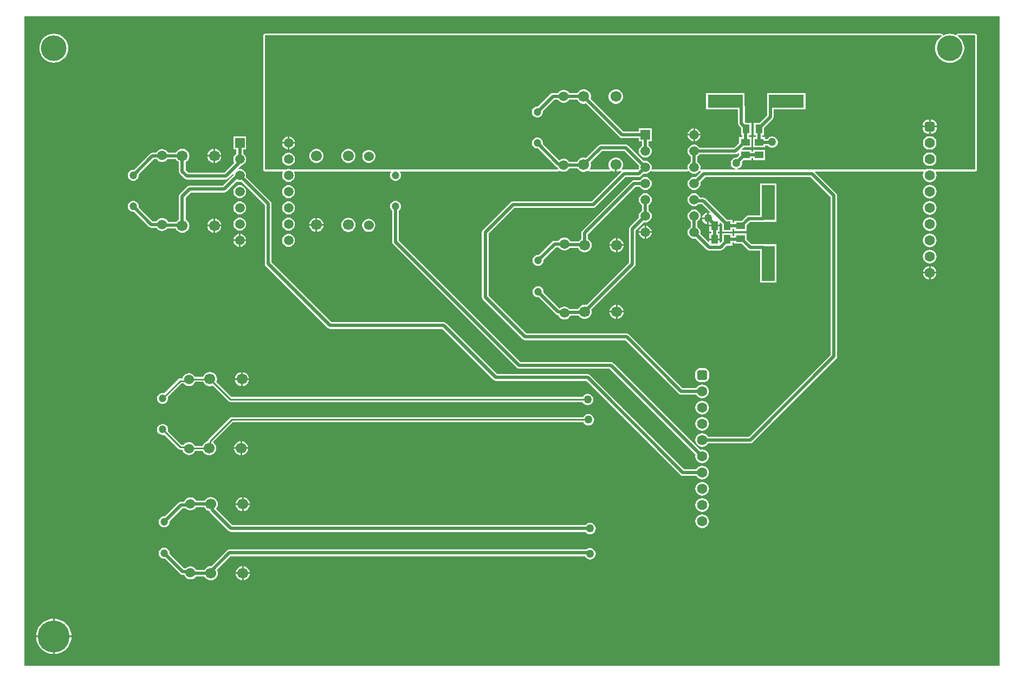
<source format=gbr>
%TF.GenerationSoftware,Altium Limited,Altium Designer,25.8.1 (18)*%
G04 Layer_Physical_Order=1*
G04 Layer_Color=255*
%FSLAX45Y45*%
%MOMM*%
%TF.SameCoordinates,96F0DE5A-C95F-4AE8-8FAC-F916EA61A14B*%
%TF.FilePolarity,Positive*%
%TF.FileFunction,Copper,L1,Top,Signal*%
%TF.Part,Single*%
G01*
G75*
%TA.AperFunction,SMDPad,CuDef*%
%ADD10R,5.50000X2.00000*%
%ADD11R,1.40000X1.10000*%
%ADD12R,1.10000X1.40000*%
%ADD13R,2.00000X5.50000*%
%TA.AperFunction,Conductor*%
%ADD14C,0.50000*%
%ADD15C,0.25400*%
%TA.AperFunction,ViaPad*%
%ADD16C,5.00000*%
%TA.AperFunction,WasherPad*%
%ADD17C,4.00000*%
%TA.AperFunction,ComponentPad*%
%ADD18C,1.60000*%
G04:AMPARAMS|DCode=19|XSize=1.6mm|YSize=1.6mm|CornerRadius=0.4mm|HoleSize=0mm|Usage=FLASHONLY|Rotation=270.000|XOffset=0mm|YOffset=0mm|HoleType=Round|Shape=RoundedRectangle|*
%AMROUNDEDRECTD19*
21,1,1.60000,0.80000,0,0,270.0*
21,1,0.80000,1.60000,0,0,270.0*
1,1,0.80000,-0.40000,-0.40000*
1,1,0.80000,-0.40000,0.40000*
1,1,0.80000,0.40000,0.40000*
1,1,0.80000,0.40000,-0.40000*
%
%ADD19ROUNDEDRECTD19*%
%ADD20C,1.52400*%
%ADD21C,1.70000*%
%ADD22C,1.20000*%
%ADD23R,1.50000X1.50000*%
%ADD24C,1.50000*%
%TA.AperFunction,ViaPad*%
%ADD25C,1.27000*%
G36*
X15239999Y0D02*
X0D01*
Y10160000D01*
X15239999D01*
Y0D01*
D02*
G37*
%LPC*%
G36*
X14460001Y9886491D02*
X14415814Y9882138D01*
X14373326Y9869250D01*
X14367464Y9866116D01*
X14361363Y9867350D01*
X14354678Y9869911D01*
X14352567Y9873073D01*
X14350772Y9876429D01*
X14349779Y9877244D01*
X14349065Y9878312D01*
X14345901Y9880426D01*
X14342961Y9882840D01*
X14341731Y9883213D01*
X14340663Y9883926D01*
X14336932Y9884669D01*
X14333292Y9885773D01*
X14332013Y9885647D01*
X14330753Y9885898D01*
X3760000D01*
X3750090Y9883926D01*
X3741688Y9878312D01*
X3736074Y9869911D01*
X3734103Y9860000D01*
Y7760000D01*
X3736074Y7750089D01*
X3741688Y7741688D01*
X3750090Y7736074D01*
X3760000Y7734102D01*
X4035165D01*
X4040782Y7722712D01*
X4039801Y7721433D01*
X4029684Y7697010D01*
X4026234Y7670800D01*
X4029684Y7644590D01*
X4039801Y7620167D01*
X4055894Y7599194D01*
X4076867Y7583101D01*
X4101290Y7572984D01*
X4127500Y7569534D01*
X4153710Y7572984D01*
X4178133Y7583101D01*
X4199106Y7599194D01*
X4215199Y7620167D01*
X4225316Y7644590D01*
X4228766Y7670800D01*
X4225316Y7697010D01*
X4215199Y7721433D01*
X4214218Y7722712D01*
X4219835Y7734102D01*
X5724401D01*
X5730018Y7722712D01*
X5725306Y7716571D01*
X5716700Y7695796D01*
X5713765Y7673503D01*
X5716700Y7651209D01*
X5725306Y7630434D01*
X5738994Y7612595D01*
X5756834Y7598906D01*
X5777608Y7590301D01*
X5799902Y7587366D01*
X5822196Y7590301D01*
X5842970Y7598906D01*
X5860810Y7612595D01*
X5874499Y7630434D01*
X5883104Y7651209D01*
X5886039Y7673503D01*
X5883104Y7695796D01*
X5874499Y7716571D01*
X5869786Y7722712D01*
X5875404Y7734102D01*
X8334860D01*
X8338490Y7734825D01*
X8342177Y7735158D01*
X8343408Y7735803D01*
X8344770Y7736074D01*
X8347848Y7738130D01*
X8351127Y7739849D01*
X8352017Y7740916D01*
X8353172Y7741687D01*
X8367523Y7746430D01*
X8375181Y7740553D01*
X8399897Y7730316D01*
X8426420Y7726824D01*
X8452942Y7730316D01*
X8477658Y7740553D01*
X8498882Y7756839D01*
X8515167Y7778063D01*
X8516473Y7781216D01*
X8644753D01*
X8645164Y7780224D01*
X8662860Y7757162D01*
X8685922Y7739466D01*
X8712778Y7728342D01*
X8741598Y7724547D01*
X8770418Y7728342D01*
X8797274Y7739466D01*
X8804194Y7744775D01*
X8809228Y7744983D01*
X8820329Y7741688D01*
X8820898Y7741307D01*
X8821306Y7740760D01*
X8825078Y7738515D01*
X8828731Y7736074D01*
X8829402Y7735940D01*
X8829989Y7735591D01*
X8834333Y7734959D01*
X8838641Y7734102D01*
X9144559D01*
X9148867Y7734959D01*
X9153211Y7735591D01*
X9153798Y7735940D01*
X9154469Y7736074D01*
X9158122Y7738515D01*
X9161894Y7740760D01*
X9162302Y7741307D01*
X9162871Y7741687D01*
X9173972Y7744983D01*
X9179006Y7744775D01*
X9185926Y7739466D01*
X9212782Y7728342D01*
X9228902Y7726219D01*
Y7835900D01*
X9254302D01*
Y7726219D01*
X9270422Y7728342D01*
X9297278Y7739466D01*
X9304198Y7744775D01*
X9309232Y7744983D01*
X9320333Y7741688D01*
X9320902Y7741307D01*
X9321311Y7740760D01*
X9324580Y7738813D01*
X9325097Y7738441D01*
X9327590Y7726207D01*
X9327285Y7723579D01*
X9327279Y7723551D01*
X8868715Y7264987D01*
X7632700D01*
X7613035Y7261076D01*
X7596364Y7249936D01*
X7164564Y6818136D01*
X7153424Y6801465D01*
X7149513Y6781800D01*
Y5765800D01*
X7153424Y5746135D01*
X7164564Y5729464D01*
X7786864Y5107164D01*
X7803535Y5096024D01*
X7823200Y5092113D01*
X9389415D01*
X10225264Y4256264D01*
X10241935Y4245124D01*
X10261600Y4241213D01*
X10499001D01*
X10499733Y4239445D01*
X10516628Y4217428D01*
X10538645Y4200533D01*
X10564285Y4189913D01*
X10591800Y4186291D01*
X10619315Y4189913D01*
X10644955Y4200533D01*
X10666972Y4217428D01*
X10683867Y4239445D01*
X10694487Y4265085D01*
X10698109Y4292600D01*
X10694487Y4320115D01*
X10683867Y4345755D01*
X10666972Y4367772D01*
X10644955Y4384667D01*
X10619315Y4395287D01*
X10591800Y4398909D01*
X10564285Y4395287D01*
X10538645Y4384667D01*
X10516628Y4367772D01*
X10499733Y4345755D01*
X10499001Y4343987D01*
X10282885D01*
X9447036Y5179836D01*
X9430365Y5190976D01*
X9410700Y5194887D01*
X7844485D01*
X7252287Y5787085D01*
Y6760515D01*
X7653985Y7162213D01*
X8890000D01*
X8909665Y7166124D01*
X8926336Y7177264D01*
X9393885Y7644813D01*
X9601200D01*
X9620865Y7648724D01*
X9637536Y7659864D01*
X9677533Y7699860D01*
X9702800Y7696534D01*
X9729010Y7699984D01*
X9753433Y7710101D01*
X9774406Y7726194D01*
X9779963Y7733435D01*
X9781464Y7734848D01*
X9794096Y7737572D01*
X9795714Y7737023D01*
X9797134Y7736074D01*
X9800456Y7735413D01*
X9803664Y7734324D01*
X9805369Y7734436D01*
X9807044Y7734102D01*
X10360556D01*
X10362231Y7734436D01*
X10363936Y7734324D01*
X10367144Y7735413D01*
X10370466Y7736074D01*
X10371886Y7737023D01*
X10373504Y7737572D01*
X10386136Y7734848D01*
X10387637Y7733435D01*
X10393194Y7726194D01*
X10414167Y7710101D01*
X10438590Y7699984D01*
X10464800Y7696534D01*
X10491010Y7699984D01*
X10515433Y7710101D01*
X10536406Y7726194D01*
X10541963Y7733435D01*
X10543464Y7734848D01*
X10556096Y7737572D01*
X10557714Y7737023D01*
X10559134Y7736074D01*
X10562456Y7735413D01*
X10564937Y7734571D01*
X10569469Y7726228D01*
X10569730Y7721402D01*
X10490067Y7641740D01*
X10464800Y7645066D01*
X10438590Y7641616D01*
X10414167Y7631499D01*
X10393194Y7615406D01*
X10377101Y7594433D01*
X10366984Y7570010D01*
X10363534Y7543800D01*
X10366984Y7517590D01*
X10377101Y7493167D01*
X10393194Y7472194D01*
X10414167Y7456101D01*
X10438590Y7445984D01*
X10464800Y7442534D01*
X10491010Y7445984D01*
X10515433Y7456101D01*
X10536406Y7472194D01*
X10552499Y7493167D01*
X10562616Y7517590D01*
X10566066Y7543800D01*
X10562740Y7569067D01*
X10638485Y7644813D01*
X12285015D01*
X12597813Y7332015D01*
Y4859985D01*
X11319815Y3581987D01*
X10684599D01*
X10683867Y3583755D01*
X10666972Y3605772D01*
X10644955Y3622667D01*
X10619315Y3633287D01*
X10591800Y3636909D01*
X10564285Y3633287D01*
X10538645Y3622667D01*
X10516628Y3605772D01*
X10499733Y3583755D01*
X10489113Y3558115D01*
X10485491Y3530600D01*
X10489113Y3503085D01*
X10499733Y3477445D01*
X10516628Y3455428D01*
X10538645Y3438533D01*
X10564285Y3427913D01*
X10591800Y3424291D01*
X10619315Y3427913D01*
X10644955Y3438533D01*
X10666972Y3455428D01*
X10683867Y3477445D01*
X10684599Y3479213D01*
X11341100D01*
X11360765Y3483124D01*
X11377436Y3494264D01*
X12685536Y4802364D01*
X12696676Y4819035D01*
X12700587Y4838700D01*
Y7353300D01*
X12696676Y7372965D01*
X12685536Y7389636D01*
X12353770Y7721402D01*
X12359031Y7734102D01*
X14049287D01*
X14054675Y7721402D01*
X14045113Y7698315D01*
X14041492Y7670800D01*
X14045113Y7643285D01*
X14055733Y7617645D01*
X14072627Y7595628D01*
X14094646Y7578733D01*
X14120285Y7568113D01*
X14147800Y7564491D01*
X14175314Y7568113D01*
X14200955Y7578733D01*
X14222972Y7595628D01*
X14239867Y7617645D01*
X14250487Y7643285D01*
X14254109Y7670800D01*
X14250487Y7698315D01*
X14240924Y7721402D01*
X14246312Y7734102D01*
X14860001D01*
X14869911Y7736074D01*
X14878313Y7741688D01*
X14883926Y7750089D01*
X14885898Y7760000D01*
Y9860000D01*
X14883926Y9869911D01*
X14878313Y9878312D01*
X14869911Y9883926D01*
X14860001Y9885898D01*
X14589247D01*
X14587987Y9885647D01*
X14586710Y9885773D01*
X14583067Y9884669D01*
X14579337Y9883926D01*
X14578268Y9883213D01*
X14577039Y9882840D01*
X14574098Y9880426D01*
X14570935Y9878312D01*
X14570222Y9877244D01*
X14569228Y9876429D01*
X14567435Y9873073D01*
X14565321Y9869911D01*
X14558636Y9867350D01*
X14552538Y9866116D01*
X14546674Y9869250D01*
X14504185Y9882138D01*
X14460001Y9886491D01*
D02*
G37*
G36*
X460000D02*
X415814Y9882138D01*
X373326Y9869250D01*
X334169Y9848320D01*
X299847Y9820153D01*
X271680Y9785831D01*
X250750Y9746674D01*
X237862Y9704186D01*
X233510Y9660000D01*
X237862Y9615814D01*
X250750Y9573326D01*
X271680Y9534169D01*
X299847Y9499847D01*
X334169Y9471680D01*
X373326Y9450750D01*
X415814Y9437861D01*
X460000Y9433509D01*
X504186Y9437861D01*
X546674Y9450750D01*
X585831Y9471680D01*
X620153Y9499847D01*
X648320Y9534169D01*
X669250Y9573326D01*
X682139Y9615814D01*
X686491Y9660000D01*
X682139Y9704186D01*
X669250Y9746674D01*
X648320Y9785831D01*
X620153Y9820153D01*
X585831Y9848320D01*
X546674Y9869250D01*
X504186Y9882138D01*
X460000Y9886491D01*
D02*
G37*
G36*
X2980502Y8085281D02*
Y7988300D01*
X3077483D01*
X3075360Y8004420D01*
X3064236Y8031276D01*
X3046540Y8054338D01*
X3023478Y8072034D01*
X2996622Y8083158D01*
X2980502Y8085281D01*
D02*
G37*
G36*
X2955102D02*
X2938982Y8083158D01*
X2912126Y8072034D01*
X2889064Y8054338D01*
X2871368Y8031276D01*
X2860244Y8004420D01*
X2858122Y7988300D01*
X2955102D01*
Y8085281D01*
D02*
G37*
G36*
X3077483Y7962900D02*
X2980502D01*
Y7865919D01*
X2996622Y7868042D01*
X3023478Y7879166D01*
X3046540Y7896862D01*
X3064236Y7919924D01*
X3075360Y7946780D01*
X3077483Y7962900D01*
D02*
G37*
G36*
X2955102D02*
X2858122D01*
X2860244Y7946780D01*
X2871368Y7919924D01*
X2889064Y7896862D01*
X2912126Y7879166D01*
X2938982Y7868042D01*
X2955102Y7865919D01*
Y7962900D01*
D02*
G37*
G36*
X3465900Y8279200D02*
X3265100D01*
Y8078400D01*
X3314113D01*
Y8011920D01*
X3293894Y7996406D01*
X3277801Y7975433D01*
X3267684Y7951010D01*
X3264234Y7924800D01*
X3267684Y7898590D01*
X3277801Y7874167D01*
X3284398Y7865570D01*
X3128315Y7709487D01*
X2561285D01*
X2519185Y7751587D01*
Y7877389D01*
X2523474Y7879166D01*
X2546536Y7896862D01*
X2564232Y7919924D01*
X2575356Y7946780D01*
X2579151Y7975600D01*
X2575356Y8004420D01*
X2564232Y8031276D01*
X2546536Y8054338D01*
X2523474Y8072034D01*
X2496618Y8083158D01*
X2467798Y8086953D01*
X2438978Y8083158D01*
X2412122Y8072034D01*
X2389060Y8054338D01*
X2371364Y8031276D01*
X2370955Y8030289D01*
X2242686D01*
X2241382Y8033437D01*
X2225097Y8054661D01*
X2203873Y8070947D01*
X2179158Y8081184D01*
X2152635Y8084676D01*
X2126112Y8081184D01*
X2101396Y8070947D01*
X2080173Y8054661D01*
X2063887Y8033437D01*
X2060195Y8024523D01*
X2001434D01*
X1981768Y8020612D01*
X1965097Y8009472D01*
X1713698Y7758073D01*
X1701800Y7759639D01*
X1679506Y7756704D01*
X1658732Y7748099D01*
X1640892Y7734410D01*
X1627204Y7716571D01*
X1618598Y7695796D01*
X1615663Y7673503D01*
X1618598Y7651209D01*
X1627204Y7630434D01*
X1640892Y7612595D01*
X1658732Y7598906D01*
X1679506Y7590301D01*
X1701800Y7587366D01*
X1724094Y7590301D01*
X1744868Y7598906D01*
X1762708Y7612595D01*
X1776396Y7630434D01*
X1785002Y7651209D01*
X1787937Y7673503D01*
X1786370Y7685400D01*
X2022719Y7921749D01*
X2070955D01*
X2080173Y7909737D01*
X2101396Y7893451D01*
X2126112Y7883214D01*
X2152635Y7879722D01*
X2179158Y7883214D01*
X2203873Y7893451D01*
X2225097Y7909737D01*
X2238738Y7927515D01*
X2368220D01*
X2371364Y7919924D01*
X2389060Y7896862D01*
X2412122Y7879166D01*
X2416411Y7877389D01*
Y7730302D01*
X2420322Y7710637D01*
X2431462Y7693966D01*
X2503664Y7621764D01*
X2520335Y7610624D01*
X2540000Y7606713D01*
X3149600D01*
X3169265Y7610624D01*
X3185936Y7621764D01*
X3253918Y7689746D01*
X3265947Y7683814D01*
X3264234Y7670800D01*
X3264412Y7669446D01*
X3101254Y7506287D01*
X2578100D01*
X2558435Y7502376D01*
X2541764Y7491236D01*
X2431462Y7380934D01*
X2420322Y7364263D01*
X2416411Y7344598D01*
Y6981611D01*
X2412122Y6979834D01*
X2389060Y6962138D01*
X2375284Y6944185D01*
X2245215D01*
X2241382Y6953439D01*
X2225097Y6974663D01*
X2203873Y6990949D01*
X2179158Y7001186D01*
X2152635Y7004678D01*
X2126112Y7001186D01*
X2101396Y6990949D01*
X2080173Y6974663D01*
X2064001Y6953588D01*
X2006387D01*
X1786370Y7173605D01*
X1787937Y7185503D01*
X1785002Y7207796D01*
X1776396Y7228571D01*
X1762708Y7246410D01*
X1744868Y7260099D01*
X1724094Y7268704D01*
X1701800Y7271639D01*
X1679506Y7268704D01*
X1658732Y7260099D01*
X1640892Y7246410D01*
X1627204Y7228571D01*
X1618598Y7207796D01*
X1615663Y7185503D01*
X1618598Y7163209D01*
X1627204Y7142434D01*
X1640892Y7124595D01*
X1658732Y7110906D01*
X1679506Y7102301D01*
X1701800Y7099366D01*
X1713698Y7100932D01*
X1948765Y6865865D01*
X1965437Y6854725D01*
X1985101Y6850814D01*
X2064001D01*
X2080173Y6829739D01*
X2101396Y6813453D01*
X2126112Y6803216D01*
X2152635Y6799724D01*
X2179158Y6803216D01*
X2203873Y6813453D01*
X2225097Y6829739D01*
X2234053Y6841411D01*
X2365695D01*
X2371364Y6827724D01*
X2389060Y6804662D01*
X2412122Y6786966D01*
X2438978Y6775842D01*
X2467798Y6772047D01*
X2496618Y6775842D01*
X2523474Y6786966D01*
X2546536Y6804662D01*
X2564232Y6827724D01*
X2575356Y6854580D01*
X2579151Y6883400D01*
X2575356Y6912220D01*
X2564232Y6939076D01*
X2546536Y6962138D01*
X2523474Y6979834D01*
X2519185Y6981611D01*
Y7323313D01*
X2599385Y7403513D01*
X3122539D01*
X3142204Y7407424D01*
X3158875Y7418564D01*
X3320910Y7580598D01*
X3339290Y7572984D01*
X3365500Y7569534D01*
X3390767Y7572860D01*
X3758613Y7205015D01*
Y6286500D01*
X3762524Y6266835D01*
X3773664Y6250164D01*
X4738864Y5284964D01*
X4755535Y5273824D01*
X4775200Y5269913D01*
X6531915D01*
X7329664Y4472164D01*
X7346335Y4461024D01*
X7366000Y4457113D01*
X8779815D01*
X10250664Y2986264D01*
X10267335Y2975124D01*
X10287000Y2971213D01*
X10499001D01*
X10499733Y2969445D01*
X10516628Y2947428D01*
X10538645Y2930533D01*
X10564285Y2919913D01*
X10591800Y2916291D01*
X10619315Y2919913D01*
X10644955Y2930533D01*
X10666972Y2947428D01*
X10683867Y2969445D01*
X10694487Y2995085D01*
X10698109Y3022600D01*
X10694487Y3050115D01*
X10683867Y3075755D01*
X10666972Y3097772D01*
X10644955Y3114667D01*
X10619315Y3125287D01*
X10591800Y3128909D01*
X10564285Y3125287D01*
X10538645Y3114667D01*
X10516628Y3097772D01*
X10499733Y3075755D01*
X10499001Y3073987D01*
X10308285D01*
X8837436Y4544836D01*
X8820765Y4555976D01*
X8801100Y4559887D01*
X7387285D01*
X6589536Y5357636D01*
X6572865Y5368776D01*
X6553200Y5372687D01*
X4796485D01*
X3861387Y6307785D01*
Y7226300D01*
X3857476Y7245965D01*
X3846336Y7262636D01*
X3463440Y7645533D01*
X3466766Y7670800D01*
X3463316Y7697010D01*
X3453199Y7721433D01*
X3437106Y7742406D01*
X3416133Y7758499D01*
X3391710Y7768616D01*
X3365500Y7772066D01*
X3352486Y7770353D01*
X3346554Y7782382D01*
X3382700Y7818527D01*
X3388027Y7826499D01*
X3391710Y7826984D01*
X3416133Y7837101D01*
X3437106Y7853194D01*
X3453199Y7874167D01*
X3463316Y7898590D01*
X3466766Y7924800D01*
X3463316Y7951010D01*
X3453199Y7975433D01*
X3437106Y7996406D01*
X3416887Y8011920D01*
Y8078400D01*
X3465900D01*
Y8279200D01*
D02*
G37*
G36*
X9702800Y7645066D02*
X9676590Y7641616D01*
X9652167Y7631499D01*
X9631194Y7615406D01*
X9615680Y7595187D01*
X9525000D01*
X9505335Y7591276D01*
X9488664Y7580136D01*
X8717962Y6809434D01*
X8706822Y6792763D01*
X8702911Y6773098D01*
Y6676811D01*
X8698622Y6675034D01*
X8675560Y6657338D01*
X8661979Y6639639D01*
X8531817D01*
X8527882Y6649137D01*
X8511597Y6670361D01*
X8490373Y6686647D01*
X8465658Y6696884D01*
X8439135Y6700376D01*
X8412612Y6696884D01*
X8387896Y6686647D01*
X8366673Y6670361D01*
X8350501Y6649286D01*
X8286852D01*
X8267186Y6645375D01*
X8250515Y6634235D01*
X8040853Y6424573D01*
X8028955Y6426139D01*
X8006661Y6423204D01*
X7985887Y6414599D01*
X7968047Y6400910D01*
X7954359Y6383071D01*
X7945753Y6362296D01*
X7942819Y6340003D01*
X7945753Y6317709D01*
X7954359Y6296934D01*
X7968047Y6279095D01*
X7985887Y6265406D01*
X8006661Y6256801D01*
X8028955Y6253866D01*
X8051249Y6256801D01*
X8072023Y6265406D01*
X8089863Y6279095D01*
X8103552Y6296934D01*
X8112157Y6317709D01*
X8115092Y6340003D01*
X8113526Y6351900D01*
X8308137Y6546512D01*
X8350501D01*
X8366673Y6525437D01*
X8387896Y6509151D01*
X8412612Y6498914D01*
X8439135Y6495422D01*
X8465658Y6498914D01*
X8490373Y6509151D01*
X8511597Y6525437D01*
X8520366Y6536865D01*
X8652089D01*
X8657864Y6522924D01*
X8675560Y6499862D01*
X8698622Y6482166D01*
X8725478Y6471042D01*
X8754298Y6467247D01*
X8783118Y6471042D01*
X8809974Y6482166D01*
X8833036Y6499862D01*
X8850732Y6522924D01*
X8861856Y6549780D01*
X8865651Y6578600D01*
X8861856Y6607420D01*
X8850732Y6634276D01*
X8833036Y6657338D01*
X8809974Y6675034D01*
X8805685Y6676811D01*
Y6751813D01*
X9546285Y7492413D01*
X9615680D01*
X9631194Y7472194D01*
X9652167Y7456101D01*
X9676590Y7445984D01*
X9702800Y7442534D01*
X9729010Y7445984D01*
X9753433Y7456101D01*
X9774406Y7472194D01*
X9790499Y7493167D01*
X9800616Y7517590D01*
X9804066Y7543800D01*
X9800616Y7570010D01*
X9790499Y7594433D01*
X9774406Y7615406D01*
X9753433Y7631499D01*
X9729010Y7641616D01*
X9702800Y7645066D01*
D02*
G37*
G36*
X4127500Y7518066D02*
X4101290Y7514616D01*
X4076867Y7504499D01*
X4055894Y7488406D01*
X4039801Y7467433D01*
X4029684Y7443010D01*
X4026234Y7416800D01*
X4029684Y7390590D01*
X4039801Y7366167D01*
X4055894Y7345194D01*
X4076867Y7329101D01*
X4101290Y7318984D01*
X4127500Y7315534D01*
X4153710Y7318984D01*
X4178133Y7329101D01*
X4199106Y7345194D01*
X4215199Y7366167D01*
X4225316Y7390590D01*
X4228766Y7416800D01*
X4225316Y7443010D01*
X4215199Y7467433D01*
X4199106Y7488406D01*
X4178133Y7504499D01*
X4153710Y7514616D01*
X4127500Y7518066D01*
D02*
G37*
G36*
X3365500D02*
X3339290Y7514616D01*
X3314867Y7504499D01*
X3293894Y7488406D01*
X3277801Y7467433D01*
X3267684Y7443010D01*
X3264234Y7416800D01*
X3267684Y7390590D01*
X3277801Y7366167D01*
X3293894Y7345194D01*
X3314867Y7329101D01*
X3339290Y7318984D01*
X3365500Y7315534D01*
X3391710Y7318984D01*
X3416133Y7329101D01*
X3437106Y7345194D01*
X3453199Y7366167D01*
X3463316Y7390590D01*
X3466766Y7416800D01*
X3463316Y7443010D01*
X3453199Y7467433D01*
X3437106Y7488406D01*
X3416133Y7504499D01*
X3391710Y7514616D01*
X3365500Y7518066D01*
D02*
G37*
G36*
X14147800Y7523109D02*
X14120285Y7519487D01*
X14094646Y7508867D01*
X14072627Y7491972D01*
X14055733Y7469955D01*
X14045113Y7444315D01*
X14041492Y7416800D01*
X14045113Y7389285D01*
X14055733Y7363645D01*
X14072627Y7341628D01*
X14094646Y7324733D01*
X14120285Y7314113D01*
X14147800Y7310491D01*
X14175314Y7314113D01*
X14200955Y7324733D01*
X14222972Y7341628D01*
X14239867Y7363645D01*
X14250487Y7389285D01*
X14254109Y7416800D01*
X14250487Y7444315D01*
X14239867Y7469955D01*
X14222972Y7491972D01*
X14200955Y7508867D01*
X14175314Y7519487D01*
X14147800Y7523109D01*
D02*
G37*
G36*
X4127500Y7264066D02*
X4101290Y7260616D01*
X4076867Y7250499D01*
X4055894Y7234406D01*
X4039801Y7213433D01*
X4029684Y7189010D01*
X4026234Y7162800D01*
X4029684Y7136590D01*
X4039801Y7112167D01*
X4055894Y7091194D01*
X4076867Y7075101D01*
X4101290Y7064984D01*
X4127500Y7061534D01*
X4153710Y7064984D01*
X4178133Y7075101D01*
X4199106Y7091194D01*
X4215199Y7112167D01*
X4225316Y7136590D01*
X4228766Y7162800D01*
X4225316Y7189010D01*
X4215199Y7213433D01*
X4199106Y7234406D01*
X4178133Y7250499D01*
X4153710Y7260616D01*
X4127500Y7264066D01*
D02*
G37*
G36*
X3365500D02*
X3339290Y7260616D01*
X3314867Y7250499D01*
X3293894Y7234406D01*
X3277801Y7213433D01*
X3267684Y7189010D01*
X3264234Y7162800D01*
X3267684Y7136590D01*
X3277801Y7112167D01*
X3293894Y7091194D01*
X3314867Y7075101D01*
X3339290Y7064984D01*
X3365500Y7061534D01*
X3391710Y7064984D01*
X3416133Y7075101D01*
X3437106Y7091194D01*
X3453199Y7112167D01*
X3463316Y7136590D01*
X3466766Y7162800D01*
X3463316Y7189010D01*
X3453199Y7213433D01*
X3437106Y7234406D01*
X3416133Y7250499D01*
X3391710Y7260616D01*
X3365500Y7264066D01*
D02*
G37*
G36*
X14147800Y7269109D02*
X14120285Y7265487D01*
X14094646Y7254867D01*
X14072627Y7237972D01*
X14055733Y7215955D01*
X14045113Y7190315D01*
X14041492Y7162800D01*
X14045113Y7135285D01*
X14055733Y7109645D01*
X14072627Y7087628D01*
X14094646Y7070733D01*
X14120285Y7060113D01*
X14147800Y7056491D01*
X14175314Y7060113D01*
X14200955Y7070733D01*
X14222972Y7087628D01*
X14239867Y7109645D01*
X14250487Y7135285D01*
X14254109Y7162800D01*
X14250487Y7190315D01*
X14239867Y7215955D01*
X14222972Y7237972D01*
X14200955Y7254867D01*
X14175314Y7265487D01*
X14147800Y7269109D01*
D02*
G37*
G36*
X10668000Y7085695D02*
X10657493Y7084312D01*
X10635866Y7075354D01*
X10617296Y7061104D01*
X10603046Y7042534D01*
X10594088Y7020907D01*
X10592705Y7010400D01*
X10668000D01*
Y7085695D01*
D02*
G37*
G36*
X9702800Y7391066D02*
X9676590Y7387616D01*
X9652167Y7377499D01*
X9631194Y7361406D01*
X9615101Y7340433D01*
X9604984Y7316010D01*
X9601534Y7289800D01*
X9604984Y7263590D01*
X9615101Y7239167D01*
X9631194Y7218194D01*
X9651413Y7202680D01*
Y7122920D01*
X9631194Y7107406D01*
X9615101Y7086433D01*
X9604984Y7062010D01*
X9601534Y7035800D01*
X9604860Y7010533D01*
X9463264Y6868936D01*
X9452124Y6852265D01*
X9448213Y6832600D01*
Y6303787D01*
X8787407Y5642982D01*
X8783118Y5644758D01*
X8754298Y5648553D01*
X8725478Y5644758D01*
X8698622Y5633634D01*
X8675560Y5615938D01*
X8657864Y5592876D01*
X8652091Y5578940D01*
X8520362D01*
X8511597Y5590363D01*
X8490373Y5606649D01*
X8465658Y5616886D01*
X8439135Y5620378D01*
X8412612Y5616886D01*
X8387896Y5606649D01*
X8366673Y5590363D01*
X8356136Y5597494D01*
X8113526Y5840105D01*
X8115092Y5852003D01*
X8112157Y5874296D01*
X8103552Y5895071D01*
X8089863Y5912910D01*
X8072023Y5926599D01*
X8051249Y5935204D01*
X8028955Y5938139D01*
X8006661Y5935204D01*
X7985887Y5926599D01*
X7968047Y5912910D01*
X7954359Y5895071D01*
X7945753Y5874296D01*
X7942819Y5852003D01*
X7945753Y5829709D01*
X7954359Y5808934D01*
X7968047Y5791095D01*
X7985887Y5777406D01*
X8006661Y5768801D01*
X8028955Y5765866D01*
X8040853Y5767432D01*
X8307127Y5501158D01*
X8323798Y5490019D01*
X8342231Y5486353D01*
X8350387Y5466663D01*
X8366673Y5445439D01*
X8387896Y5429153D01*
X8412612Y5418916D01*
X8439135Y5415424D01*
X8465658Y5418916D01*
X8490373Y5429153D01*
X8511597Y5445439D01*
X8527882Y5466663D01*
X8531819Y5476166D01*
X8661975D01*
X8675560Y5458462D01*
X8698622Y5440766D01*
X8725478Y5429642D01*
X8754298Y5425847D01*
X8783118Y5429642D01*
X8809974Y5440766D01*
X8833036Y5458462D01*
X8850732Y5481524D01*
X8861856Y5508380D01*
X8865651Y5537200D01*
X8861856Y5566020D01*
X8860080Y5570309D01*
X9535936Y6246166D01*
X9547076Y6262837D01*
X9550987Y6282502D01*
Y6811315D01*
X9677533Y6937860D01*
X9702800Y6934534D01*
X9729010Y6937984D01*
X9753433Y6948101D01*
X9774406Y6964194D01*
X9790499Y6985167D01*
X9800616Y7009590D01*
X9804066Y7035800D01*
X9800616Y7062010D01*
X9790499Y7086433D01*
X9774406Y7107406D01*
X9754187Y7122920D01*
Y7202680D01*
X9774406Y7218194D01*
X9790499Y7239167D01*
X9800616Y7263590D01*
X9804066Y7289800D01*
X9800616Y7316010D01*
X9790499Y7340433D01*
X9774406Y7361406D01*
X9753433Y7377499D01*
X9729010Y7387616D01*
X9702800Y7391066D01*
D02*
G37*
G36*
X11747851Y7544500D02*
X11497051D01*
Y7045486D01*
X11316625D01*
X11296959Y7041574D01*
X11280288Y7030435D01*
X11212054Y6962200D01*
X11093925D01*
Y6933990D01*
X11064300D01*
Y6978800D01*
X10976173D01*
X10647968Y7307000D01*
X10631297Y7318139D01*
X10611632Y7322051D01*
X10560113D01*
X10552499Y7340433D01*
X10536406Y7361406D01*
X10515433Y7377499D01*
X10491010Y7387616D01*
X10464800Y7391066D01*
X10438590Y7387616D01*
X10414167Y7377499D01*
X10393194Y7361406D01*
X10377101Y7340433D01*
X10366984Y7316010D01*
X10363534Y7289800D01*
X10366984Y7263590D01*
X10377101Y7239167D01*
X10393194Y7218194D01*
X10414167Y7202101D01*
X10438590Y7191984D01*
X10464800Y7188534D01*
X10491010Y7191984D01*
X10515433Y7202101D01*
X10536406Y7218194D01*
X10537237Y7219276D01*
X10590347D01*
X10716984Y7092642D01*
X10709790Y7081875D01*
X10703907Y7084312D01*
X10693400Y7085695D01*
Y6997700D01*
Y6908488D01*
X10703500Y6899419D01*
Y6896100D01*
X10783900D01*
X10864300D01*
Y6928734D01*
X10876033Y6933594D01*
X10903500Y6906128D01*
Y6788000D01*
X11064300D01*
Y6831215D01*
X11093925D01*
Y6801400D01*
X11284725D01*
Y6889526D01*
X11337910Y6942711D01*
X11547450D01*
X11552423Y6943700D01*
X11747851D01*
Y7544500D01*
D02*
G37*
G36*
X10668000Y6985000D02*
X10592705D01*
X10594088Y6974493D01*
X10603046Y6952866D01*
X10617296Y6934296D01*
X10635866Y6920046D01*
X10657493Y6911088D01*
X10668000Y6909705D01*
Y6985000D01*
D02*
G37*
G36*
X4575998Y7005781D02*
Y6908800D01*
X4672978D01*
X4670856Y6924920D01*
X4659732Y6951776D01*
X4642036Y6974838D01*
X4618974Y6992534D01*
X4592118Y7003658D01*
X4575998Y7005781D01*
D02*
G37*
G36*
X4550598D02*
X4534478Y7003658D01*
X4507622Y6992534D01*
X4484560Y6974838D01*
X4466864Y6951776D01*
X4455740Y6924920D01*
X4453617Y6908800D01*
X4550598D01*
Y7005781D01*
D02*
G37*
G36*
X2980502Y6993081D02*
Y6896100D01*
X3077483D01*
X3075360Y6912220D01*
X3064236Y6939076D01*
X3046540Y6962138D01*
X3023478Y6979834D01*
X2996622Y6990958D01*
X2980502Y6993081D01*
D02*
G37*
G36*
X2955102D02*
X2938982Y6990958D01*
X2912126Y6979834D01*
X2889064Y6962138D01*
X2871368Y6939076D01*
X2860244Y6912220D01*
X2858122Y6896100D01*
X2955102D01*
Y6993081D01*
D02*
G37*
G36*
X4127500Y7010066D02*
X4101290Y7006616D01*
X4076867Y6996499D01*
X4055894Y6980406D01*
X4039801Y6959433D01*
X4029684Y6935010D01*
X4026234Y6908800D01*
X4029684Y6882590D01*
X4039801Y6858167D01*
X4055894Y6837194D01*
X4076867Y6821101D01*
X4101290Y6810984D01*
X4127500Y6807534D01*
X4153710Y6810984D01*
X4178133Y6821101D01*
X4199106Y6837194D01*
X4215199Y6858167D01*
X4225316Y6882590D01*
X4228766Y6908800D01*
X4225316Y6935010D01*
X4215199Y6959433D01*
X4199106Y6980406D01*
X4178133Y6996499D01*
X4153710Y7006616D01*
X4127500Y7010066D01*
D02*
G37*
G36*
X3365500D02*
X3339290Y7006616D01*
X3314867Y6996499D01*
X3293894Y6980406D01*
X3277801Y6959433D01*
X3267684Y6935010D01*
X3264234Y6908800D01*
X3267684Y6882590D01*
X3277801Y6858167D01*
X3293894Y6837194D01*
X3314867Y6821101D01*
X3339290Y6810984D01*
X3365500Y6807534D01*
X3391710Y6810984D01*
X3416133Y6821101D01*
X3437106Y6837194D01*
X3453199Y6858167D01*
X3463316Y6882590D01*
X3466766Y6908800D01*
X3463316Y6935010D01*
X3453199Y6959433D01*
X3437106Y6980406D01*
X3416133Y6996499D01*
X3391710Y7006616D01*
X3365500Y7010066D01*
D02*
G37*
G36*
X14147800Y7015109D02*
X14120285Y7011487D01*
X14094646Y7000867D01*
X14072627Y6983972D01*
X14055733Y6961955D01*
X14045113Y6936315D01*
X14041492Y6908800D01*
X14045113Y6881285D01*
X14055733Y6855645D01*
X14072627Y6833628D01*
X14094646Y6816733D01*
X14120285Y6806113D01*
X14147800Y6802491D01*
X14175314Y6806113D01*
X14200955Y6816733D01*
X14222972Y6833628D01*
X14239867Y6855645D01*
X14250487Y6881285D01*
X14254109Y6908800D01*
X14250487Y6936315D01*
X14239867Y6961955D01*
X14222972Y6983972D01*
X14200955Y7000867D01*
X14175314Y7011487D01*
X14147800Y7015109D01*
D02*
G37*
G36*
X9715500Y6881394D02*
Y6794500D01*
X9802394D01*
X9800616Y6808010D01*
X9790499Y6832433D01*
X9774406Y6853406D01*
X9753433Y6869499D01*
X9729010Y6879616D01*
X9715500Y6881394D01*
D02*
G37*
G36*
X9690100D02*
X9676590Y6879616D01*
X9652167Y6869499D01*
X9631194Y6853406D01*
X9615101Y6832433D01*
X9604984Y6808010D01*
X9603206Y6794500D01*
X9690100D01*
Y6881394D01*
D02*
G37*
G36*
X5380802Y6991978D02*
X5354279Y6988486D01*
X5329564Y6978249D01*
X5308340Y6961963D01*
X5292054Y6940739D01*
X5281817Y6916024D01*
X5278325Y6889501D01*
X5281817Y6862978D01*
X5292054Y6838263D01*
X5308340Y6817039D01*
X5329564Y6800753D01*
X5354279Y6790516D01*
X5380802Y6787024D01*
X5407325Y6790516D01*
X5432040Y6800753D01*
X5453264Y6817039D01*
X5469550Y6838263D01*
X5479787Y6862978D01*
X5483279Y6889501D01*
X5479787Y6916024D01*
X5469550Y6940739D01*
X5453264Y6961963D01*
X5432040Y6978249D01*
X5407325Y6988486D01*
X5380802Y6991978D01*
D02*
G37*
G36*
X4672978Y6883400D02*
X4575998D01*
Y6786419D01*
X4592118Y6788542D01*
X4618974Y6799666D01*
X4642036Y6817362D01*
X4659732Y6840424D01*
X4670856Y6867280D01*
X4672978Y6883400D01*
D02*
G37*
G36*
X4550598D02*
X4453617D01*
X4455740Y6867280D01*
X4466864Y6840424D01*
X4484560Y6817362D01*
X4507622Y6799666D01*
X4534478Y6788542D01*
X4550598Y6786419D01*
Y6883400D01*
D02*
G37*
G36*
X5063302Y7007453D02*
X5034482Y7003658D01*
X5007626Y6992534D01*
X4984564Y6974838D01*
X4966868Y6951776D01*
X4955744Y6924920D01*
X4951949Y6896100D01*
X4955744Y6867280D01*
X4966868Y6840424D01*
X4984564Y6817362D01*
X5007626Y6799666D01*
X5034482Y6788542D01*
X5063302Y6784747D01*
X5092122Y6788542D01*
X5118978Y6799666D01*
X5142040Y6817362D01*
X5159736Y6840424D01*
X5170860Y6867280D01*
X5174655Y6896100D01*
X5170860Y6924920D01*
X5159736Y6951776D01*
X5142040Y6974838D01*
X5118978Y6992534D01*
X5092122Y7003658D01*
X5063302Y7007453D01*
D02*
G37*
G36*
X3077483Y6870700D02*
X2980502D01*
Y6773719D01*
X2996622Y6775842D01*
X3023478Y6786966D01*
X3046540Y6804662D01*
X3064236Y6827724D01*
X3075360Y6854580D01*
X3077483Y6870700D01*
D02*
G37*
G36*
X2955102D02*
X2858122D01*
X2860244Y6854580D01*
X2871368Y6827724D01*
X2889064Y6804662D01*
X2912126Y6786966D01*
X2938982Y6775842D01*
X2955102Y6773719D01*
Y6870700D01*
D02*
G37*
G36*
X9802394Y6769100D02*
X9715500D01*
Y6682206D01*
X9729010Y6683984D01*
X9753433Y6694101D01*
X9774406Y6710194D01*
X9790499Y6731167D01*
X9800616Y6755590D01*
X9802394Y6769100D01*
D02*
G37*
G36*
X9690100D02*
X9603206D01*
X9604984Y6755590D01*
X9615101Y6731167D01*
X9631194Y6710194D01*
X9652167Y6694101D01*
X9676590Y6683984D01*
X9690100Y6682206D01*
Y6769100D01*
D02*
G37*
G36*
X10864300Y6870700D02*
X10783900D01*
X10703500D01*
Y6788000D01*
X10732513D01*
Y6763372D01*
X10703500D01*
Y6680672D01*
X10783900D01*
X10864300D01*
Y6763372D01*
X10835287D01*
Y6788000D01*
X10864300D01*
Y6870700D01*
D02*
G37*
G36*
X3378200Y6754394D02*
Y6667500D01*
X3465094D01*
X3463316Y6681010D01*
X3453199Y6705433D01*
X3437106Y6726406D01*
X3416133Y6742499D01*
X3391710Y6752616D01*
X3378200Y6754394D01*
D02*
G37*
G36*
X3352800D02*
X3339290Y6752616D01*
X3314867Y6742499D01*
X3293894Y6726406D01*
X3277801Y6705433D01*
X3267684Y6681010D01*
X3265906Y6667500D01*
X3352800D01*
Y6754394D01*
D02*
G37*
G36*
X9267002Y6688281D02*
Y6591300D01*
X9363983D01*
X9361860Y6607420D01*
X9350736Y6634276D01*
X9333040Y6657338D01*
X9309978Y6675034D01*
X9283122Y6686158D01*
X9267002Y6688281D01*
D02*
G37*
G36*
X9241602D02*
X9225482Y6686158D01*
X9198626Y6675034D01*
X9175564Y6657338D01*
X9157868Y6634276D01*
X9146744Y6607420D01*
X9144622Y6591300D01*
X9241602D01*
Y6688281D01*
D02*
G37*
G36*
X3465094Y6642100D02*
X3378200D01*
Y6555206D01*
X3391710Y6556984D01*
X3416133Y6567101D01*
X3437106Y6583194D01*
X3453199Y6604167D01*
X3463316Y6628590D01*
X3465094Y6642100D01*
D02*
G37*
G36*
X3352800D02*
X3265906D01*
X3267684Y6628590D01*
X3277801Y6604167D01*
X3293894Y6583194D01*
X3314867Y6567101D01*
X3339290Y6556984D01*
X3352800Y6555206D01*
Y6642100D01*
D02*
G37*
G36*
X4127500Y6756066D02*
X4101290Y6752616D01*
X4076867Y6742499D01*
X4055894Y6726406D01*
X4039801Y6705433D01*
X4029684Y6681010D01*
X4026234Y6654800D01*
X4029684Y6628590D01*
X4039801Y6604167D01*
X4055894Y6583194D01*
X4076867Y6567101D01*
X4101290Y6556984D01*
X4127500Y6553534D01*
X4153710Y6556984D01*
X4178133Y6567101D01*
X4199106Y6583194D01*
X4215199Y6604167D01*
X4225316Y6628590D01*
X4228766Y6654800D01*
X4225316Y6681010D01*
X4215199Y6705433D01*
X4199106Y6726406D01*
X4178133Y6742499D01*
X4153710Y6752616D01*
X4127500Y6756066D01*
D02*
G37*
G36*
X14147800Y6761109D02*
X14120285Y6757487D01*
X14094646Y6746867D01*
X14072627Y6729972D01*
X14055733Y6707955D01*
X14045113Y6682315D01*
X14041492Y6654800D01*
X14045113Y6627285D01*
X14055733Y6601645D01*
X14072627Y6579628D01*
X14094646Y6562733D01*
X14120285Y6552113D01*
X14147800Y6548491D01*
X14175314Y6552113D01*
X14200955Y6562733D01*
X14222972Y6579628D01*
X14239867Y6601645D01*
X14250487Y6627285D01*
X14254109Y6654800D01*
X14250487Y6682315D01*
X14239867Y6707955D01*
X14222972Y6729972D01*
X14200955Y6746867D01*
X14175314Y6757487D01*
X14147800Y6761109D01*
D02*
G37*
G36*
X9363983Y6565900D02*
X9267002D01*
Y6468919D01*
X9283122Y6471042D01*
X9309978Y6482166D01*
X9333040Y6499862D01*
X9350736Y6522924D01*
X9361860Y6549780D01*
X9363983Y6565900D01*
D02*
G37*
G36*
X9241602D02*
X9144622D01*
X9146744Y6549780D01*
X9157868Y6522924D01*
X9175564Y6499862D01*
X9198626Y6482166D01*
X9225482Y6471042D01*
X9241602Y6468919D01*
Y6565900D01*
D02*
G37*
G36*
X14147800Y6507109D02*
X14120285Y6503487D01*
X14094646Y6492867D01*
X14072627Y6475972D01*
X14055733Y6453955D01*
X14045113Y6428315D01*
X14041492Y6400800D01*
X14045113Y6373285D01*
X14055733Y6347645D01*
X14072627Y6325628D01*
X14094646Y6308733D01*
X14120285Y6298113D01*
X14147800Y6294491D01*
X14175314Y6298113D01*
X14200955Y6308733D01*
X14222972Y6325628D01*
X14239867Y6347645D01*
X14250487Y6373285D01*
X14254109Y6400800D01*
X14250487Y6428315D01*
X14239867Y6453955D01*
X14222972Y6475972D01*
X14200955Y6492867D01*
X14175314Y6503487D01*
X14147800Y6507109D01*
D02*
G37*
G36*
X14160500Y6251438D02*
Y6159500D01*
X14252438D01*
X14250487Y6174315D01*
X14239867Y6199955D01*
X14222972Y6221972D01*
X14200955Y6238867D01*
X14175314Y6249487D01*
X14160500Y6251438D01*
D02*
G37*
G36*
X14135100D02*
X14120285Y6249487D01*
X14094646Y6238867D01*
X14072627Y6221972D01*
X14055733Y6199955D01*
X14045113Y6174315D01*
X14043163Y6159500D01*
X14135100D01*
Y6251438D01*
D02*
G37*
G36*
X14252438Y6134100D02*
X14160500D01*
Y6042162D01*
X14175314Y6044113D01*
X14200955Y6054733D01*
X14222972Y6071628D01*
X14239867Y6093645D01*
X14250487Y6119285D01*
X14252438Y6134100D01*
D02*
G37*
G36*
X14135100D02*
X14043163D01*
X14045113Y6119285D01*
X14055733Y6093645D01*
X14072627Y6071628D01*
X14094646Y6054733D01*
X14120285Y6044113D01*
X14135100Y6042162D01*
Y6134100D01*
D02*
G37*
G36*
X10464800Y7137066D02*
X10438590Y7133616D01*
X10414167Y7123499D01*
X10393194Y7107406D01*
X10377101Y7086433D01*
X10366984Y7062010D01*
X10363534Y7035800D01*
X10366984Y7009590D01*
X10377101Y6985167D01*
X10393194Y6964194D01*
X10413413Y6948680D01*
Y6868920D01*
X10393194Y6853406D01*
X10377101Y6832433D01*
X10366984Y6808010D01*
X10363534Y6781800D01*
X10366984Y6755590D01*
X10377101Y6731167D01*
X10393194Y6710194D01*
X10414167Y6694101D01*
X10438590Y6683984D01*
X10464800Y6680534D01*
X10490067Y6683860D01*
X10662687Y6511240D01*
X10679358Y6500101D01*
X10699024Y6496189D01*
X10878500D01*
X10898165Y6500101D01*
X10914836Y6511240D01*
X10976169Y6572573D01*
X11064300D01*
Y6623499D01*
X11093925D01*
Y6601400D01*
X11212054D01*
X11305688Y6507765D01*
X11322360Y6496626D01*
X11342025Y6492714D01*
X11497051D01*
Y5993700D01*
X11747851D01*
Y6594500D01*
X11552423D01*
X11547450Y6595489D01*
X11363310D01*
X11284725Y6674074D01*
Y6762200D01*
X11093925D01*
Y6726274D01*
X11064300D01*
Y6763372D01*
X10903500D01*
Y6645249D01*
X10876033Y6617782D01*
X10864300Y6622643D01*
Y6655272D01*
X10783900D01*
X10703500D01*
Y6632366D01*
X10691767Y6627505D01*
X10562740Y6756533D01*
X10566066Y6781800D01*
X10562616Y6808010D01*
X10552499Y6832433D01*
X10536406Y6853406D01*
X10516187Y6868920D01*
Y6948680D01*
X10536406Y6964194D01*
X10552499Y6985167D01*
X10562616Y7009590D01*
X10566066Y7035800D01*
X10562616Y7062010D01*
X10552499Y7086433D01*
X10536406Y7107406D01*
X10515433Y7123499D01*
X10491010Y7133616D01*
X10464800Y7137066D01*
D02*
G37*
G36*
X9267002Y5646881D02*
Y5549900D01*
X9363983D01*
X9361860Y5566020D01*
X9350736Y5592876D01*
X9333040Y5615938D01*
X9309978Y5633634D01*
X9283122Y5644758D01*
X9267002Y5646881D01*
D02*
G37*
G36*
X9241602D02*
X9225482Y5644758D01*
X9198626Y5633634D01*
X9175564Y5615938D01*
X9157868Y5592876D01*
X9146744Y5566020D01*
X9144622Y5549900D01*
X9241602D01*
Y5646881D01*
D02*
G37*
G36*
X9363983Y5524500D02*
X9267002D01*
Y5427519D01*
X9283122Y5429642D01*
X9309978Y5440766D01*
X9333040Y5458462D01*
X9350736Y5481524D01*
X9361860Y5508380D01*
X9363983Y5524500D01*
D02*
G37*
G36*
X9241602D02*
X9144622D01*
X9146744Y5508380D01*
X9157868Y5481524D01*
X9175564Y5458462D01*
X9198626Y5440766D01*
X9225482Y5429642D01*
X9241602Y5427519D01*
Y5524500D01*
D02*
G37*
G36*
X2899598Y4594453D02*
X2870778Y4590658D01*
X2843922Y4579534D01*
X2820860Y4561838D01*
X2803164Y4538776D01*
X2794930Y4518899D01*
X2664351D01*
X2660482Y4528237D01*
X2644197Y4549461D01*
X2622973Y4565747D01*
X2598258Y4575984D01*
X2571735Y4579476D01*
X2545212Y4575984D01*
X2520496Y4565747D01*
X2499273Y4549461D01*
X2482987Y4528237D01*
X2472750Y4503522D01*
X2471793Y4496252D01*
X2435261D01*
X2420395Y4493295D01*
X2407792Y4484874D01*
X2188071Y4265153D01*
X2183849Y4266902D01*
X2161555Y4269837D01*
X2139261Y4266902D01*
X2118487Y4258297D01*
X2100647Y4244608D01*
X2086959Y4226768D01*
X2078353Y4205994D01*
X2075419Y4183700D01*
X2078353Y4161406D01*
X2086959Y4140632D01*
X2100647Y4122792D01*
X2118487Y4109104D01*
X2139261Y4100498D01*
X2161555Y4097563D01*
X2183849Y4100498D01*
X2204623Y4109104D01*
X2222463Y4122792D01*
X2236152Y4140632D01*
X2244757Y4161406D01*
X2247692Y4183700D01*
X2244757Y4205994D01*
X2243008Y4210216D01*
X2451351Y4418559D01*
X2488513D01*
X2499273Y4404537D01*
X2520496Y4388251D01*
X2545212Y4378014D01*
X2571735Y4374522D01*
X2598258Y4378014D01*
X2622973Y4388251D01*
X2644197Y4404537D01*
X2660482Y4425761D01*
X2666880Y4441205D01*
X2797455D01*
X2803164Y4427424D01*
X2820860Y4404362D01*
X2843922Y4386666D01*
X2870778Y4375542D01*
X2899598Y4371747D01*
X2928418Y4375542D01*
X2945248Y4382513D01*
X3189629Y4138131D01*
X3202232Y4129711D01*
X3217098Y4126753D01*
X8720966D01*
X8723446Y4120766D01*
X8737696Y4102196D01*
X8756266Y4087946D01*
X8777893Y4078988D01*
X8801100Y4075933D01*
X8824307Y4078988D01*
X8845934Y4087946D01*
X8864504Y4102196D01*
X8878754Y4120766D01*
X8887712Y4142393D01*
X8890767Y4165600D01*
X8887712Y4188807D01*
X8878754Y4210434D01*
X8864504Y4229004D01*
X8845934Y4243254D01*
X8824307Y4252212D01*
X8801100Y4255267D01*
X8777893Y4252212D01*
X8756266Y4243254D01*
X8737696Y4229004D01*
X8723446Y4210434D01*
X8720966Y4204447D01*
X3233189D01*
X3000185Y4437450D01*
X3007156Y4454280D01*
X3010951Y4483100D01*
X3007156Y4511920D01*
X2996032Y4538776D01*
X2978336Y4561838D01*
X2955274Y4579534D01*
X2928418Y4590658D01*
X2899598Y4594453D01*
D02*
G37*
G36*
X3412302Y4592781D02*
Y4495800D01*
X3509283D01*
X3507160Y4511920D01*
X3496036Y4538776D01*
X3478340Y4561838D01*
X3455278Y4579534D01*
X3428422Y4590658D01*
X3412302Y4592781D01*
D02*
G37*
G36*
X3386902D02*
X3370782Y4590658D01*
X3343926Y4579534D01*
X3320864Y4561838D01*
X3303168Y4538776D01*
X3292044Y4511920D01*
X3289922Y4495800D01*
X3386902D01*
Y4592781D01*
D02*
G37*
G36*
X10631800Y4652564D02*
X10551800D01*
X10534727Y4650317D01*
X10518818Y4643727D01*
X10505156Y4633244D01*
X10494673Y4619582D01*
X10488083Y4603673D01*
X10485836Y4586600D01*
Y4506600D01*
X10488083Y4489527D01*
X10494673Y4473618D01*
X10505156Y4459956D01*
X10518818Y4449473D01*
X10534727Y4442883D01*
X10551800Y4440636D01*
X10631800D01*
X10648873Y4442883D01*
X10664782Y4449473D01*
X10678444Y4459956D01*
X10688927Y4473618D01*
X10695517Y4489527D01*
X10697764Y4506600D01*
Y4586600D01*
X10695517Y4603673D01*
X10688927Y4619582D01*
X10678444Y4633244D01*
X10664782Y4643727D01*
X10648873Y4650317D01*
X10631800Y4652564D01*
D02*
G37*
G36*
X3509283Y4470400D02*
X3412302D01*
Y4373419D01*
X3428422Y4375542D01*
X3455278Y4386666D01*
X3478340Y4404362D01*
X3496036Y4427424D01*
X3507160Y4454280D01*
X3509283Y4470400D01*
D02*
G37*
G36*
X3386902D02*
X3289922D01*
X3292044Y4454280D01*
X3303168Y4427424D01*
X3320864Y4404362D01*
X3343926Y4386666D01*
X3370782Y4375542D01*
X3386902Y4373419D01*
Y4470400D01*
D02*
G37*
G36*
X10591800Y4144909D02*
X10564285Y4141287D01*
X10538645Y4130667D01*
X10516628Y4113772D01*
X10499733Y4091755D01*
X10489113Y4066115D01*
X10485491Y4038600D01*
X10489113Y4011085D01*
X10499733Y3985445D01*
X10516628Y3963428D01*
X10538645Y3946533D01*
X10564285Y3935913D01*
X10591800Y3932291D01*
X10619315Y3935913D01*
X10644955Y3946533D01*
X10666972Y3963428D01*
X10683867Y3985445D01*
X10694487Y4011085D01*
X10698109Y4038600D01*
X10694487Y4066115D01*
X10683867Y4091755D01*
X10666972Y4113772D01*
X10644955Y4130667D01*
X10619315Y4141287D01*
X10591800Y4144909D01*
D02*
G37*
G36*
X8813800Y3937767D02*
X8790593Y3934712D01*
X8768966Y3925754D01*
X8750396Y3911504D01*
X8736146Y3892934D01*
X8733666Y3886947D01*
X3238500D01*
X3223634Y3883989D01*
X3211031Y3875569D01*
X2876117Y3540654D01*
X2867696Y3528052D01*
X2864739Y3513186D01*
Y3512035D01*
X2858078Y3511158D01*
X2831222Y3500034D01*
X2808160Y3482338D01*
X2790464Y3459276D01*
X2782125Y3439145D01*
X2664250D01*
X2660482Y3448239D01*
X2644197Y3469463D01*
X2622973Y3485749D01*
X2598258Y3495986D01*
X2571735Y3499478D01*
X2545212Y3495986D01*
X2520496Y3485749D01*
X2499273Y3469463D01*
X2488513Y3455441D01*
X2456752D01*
X2243008Y3669184D01*
X2244757Y3673406D01*
X2247692Y3695700D01*
X2244757Y3717994D01*
X2236152Y3738768D01*
X2222463Y3756608D01*
X2204623Y3770296D01*
X2183849Y3778902D01*
X2161555Y3781837D01*
X2139261Y3778902D01*
X2118487Y3770296D01*
X2100647Y3756608D01*
X2086959Y3738768D01*
X2078353Y3717994D01*
X2075419Y3695700D01*
X2078353Y3673406D01*
X2086959Y3652632D01*
X2100647Y3634792D01*
X2118487Y3621104D01*
X2139261Y3612498D01*
X2161555Y3609563D01*
X2183849Y3612498D01*
X2188071Y3614247D01*
X2413192Y3389126D01*
X2425794Y3380705D01*
X2440661Y3377748D01*
X2471793D01*
X2472750Y3370478D01*
X2482987Y3345763D01*
X2499273Y3324539D01*
X2520496Y3308253D01*
X2545212Y3298016D01*
X2571735Y3294524D01*
X2598258Y3298016D01*
X2622973Y3308253D01*
X2644197Y3324539D01*
X2660482Y3345763D01*
X2666981Y3361451D01*
X2784860D01*
X2790464Y3347924D01*
X2808160Y3324862D01*
X2831222Y3307166D01*
X2858078Y3296042D01*
X2886898Y3292247D01*
X2915718Y3296042D01*
X2942574Y3307166D01*
X2965636Y3324862D01*
X2983332Y3347924D01*
X2994456Y3374780D01*
X2998251Y3403600D01*
X2994456Y3432420D01*
X2983332Y3459276D01*
X2965636Y3482338D01*
X2951798Y3492957D01*
X2950967Y3505630D01*
X3254591Y3809253D01*
X8733666D01*
X8736146Y3803266D01*
X8750396Y3784696D01*
X8768966Y3770446D01*
X8790593Y3761488D01*
X8813800Y3758433D01*
X8837007Y3761488D01*
X8858634Y3770446D01*
X8877204Y3784696D01*
X8891454Y3803266D01*
X8900412Y3824893D01*
X8903467Y3848100D01*
X8900412Y3871307D01*
X8891454Y3892934D01*
X8877204Y3911504D01*
X8858634Y3925754D01*
X8837007Y3934712D01*
X8813800Y3937767D01*
D02*
G37*
G36*
X10591800Y3890909D02*
X10564285Y3887287D01*
X10538645Y3876667D01*
X10516628Y3859772D01*
X10499733Y3837755D01*
X10489113Y3812115D01*
X10485491Y3784600D01*
X10489113Y3757085D01*
X10499733Y3731445D01*
X10516628Y3709428D01*
X10538645Y3692533D01*
X10564285Y3681913D01*
X10591800Y3678291D01*
X10619315Y3681913D01*
X10644955Y3692533D01*
X10666972Y3709428D01*
X10683867Y3731445D01*
X10694487Y3757085D01*
X10698109Y3784600D01*
X10694487Y3812115D01*
X10683867Y3837755D01*
X10666972Y3859772D01*
X10644955Y3876667D01*
X10619315Y3887287D01*
X10591800Y3890909D01*
D02*
G37*
G36*
X3399602Y3513281D02*
Y3416300D01*
X3496583D01*
X3494460Y3432420D01*
X3483336Y3459276D01*
X3465640Y3482338D01*
X3442578Y3500034D01*
X3415722Y3511158D01*
X3399602Y3513281D01*
D02*
G37*
G36*
X3374202D02*
X3358082Y3511158D01*
X3331226Y3500034D01*
X3308164Y3482338D01*
X3290468Y3459276D01*
X3279344Y3432420D01*
X3277222Y3416300D01*
X3374202D01*
Y3513281D01*
D02*
G37*
G36*
X3496583Y3390900D02*
X3399602D01*
Y3293919D01*
X3415722Y3296042D01*
X3442578Y3307166D01*
X3465640Y3324862D01*
X3483336Y3347924D01*
X3494460Y3374780D01*
X3496583Y3390900D01*
D02*
G37*
G36*
X3374202D02*
X3277222D01*
X3279344Y3374780D01*
X3290468Y3347924D01*
X3308164Y3324862D01*
X3331226Y3307166D01*
X3358082Y3296042D01*
X3374202Y3293919D01*
Y3390900D01*
D02*
G37*
G36*
X5799902Y7271639D02*
X5777608Y7268704D01*
X5756834Y7260099D01*
X5738994Y7246410D01*
X5725306Y7228571D01*
X5716700Y7207796D01*
X5713765Y7185503D01*
X5716700Y7163209D01*
X5725306Y7142434D01*
X5738994Y7124595D01*
X5748515Y7117289D01*
Y6632256D01*
X5752426Y6612591D01*
X5763566Y6595920D01*
X7696822Y4662664D01*
X7713493Y4651524D01*
X7733158Y4647613D01*
X9148115D01*
X10489845Y3305882D01*
X10489113Y3304115D01*
X10485491Y3276600D01*
X10489113Y3249085D01*
X10499733Y3223445D01*
X10516628Y3201428D01*
X10538645Y3184533D01*
X10564285Y3173913D01*
X10591800Y3170291D01*
X10619315Y3173913D01*
X10644955Y3184533D01*
X10666972Y3201428D01*
X10683867Y3223445D01*
X10694487Y3249085D01*
X10698109Y3276600D01*
X10694487Y3304115D01*
X10683867Y3329755D01*
X10666972Y3351772D01*
X10644955Y3368667D01*
X10619315Y3379287D01*
X10591800Y3382909D01*
X10564285Y3379287D01*
X10562518Y3378555D01*
X9205736Y4735336D01*
X9189065Y4746476D01*
X9169400Y4750387D01*
X7754443D01*
X5851289Y6653541D01*
Y7117289D01*
X5860810Y7124595D01*
X5874499Y7142434D01*
X5883104Y7163209D01*
X5886039Y7185503D01*
X5883104Y7207796D01*
X5874499Y7228571D01*
X5860810Y7246410D01*
X5842970Y7260099D01*
X5822196Y7268704D01*
X5799902Y7271639D01*
D02*
G37*
G36*
X10591800Y2874909D02*
X10564285Y2871287D01*
X10538645Y2860667D01*
X10516628Y2843772D01*
X10499733Y2821755D01*
X10489113Y2796115D01*
X10485491Y2768600D01*
X10489113Y2741085D01*
X10499733Y2715445D01*
X10516628Y2693428D01*
X10538645Y2676533D01*
X10564285Y2665913D01*
X10591800Y2662291D01*
X10619315Y2665913D01*
X10644955Y2676533D01*
X10666972Y2693428D01*
X10683867Y2715445D01*
X10694487Y2741085D01*
X10698109Y2768600D01*
X10694487Y2796115D01*
X10683867Y2821755D01*
X10666972Y2843772D01*
X10644955Y2860667D01*
X10619315Y2871287D01*
X10591800Y2874909D01*
D02*
G37*
G36*
X2912298Y2638653D02*
X2883478Y2634858D01*
X2856622Y2623734D01*
X2833560Y2606038D01*
X2815864Y2582976D01*
X2815455Y2581989D01*
X2684631D01*
X2683327Y2585137D01*
X2667042Y2606361D01*
X2645818Y2622647D01*
X2621102Y2632884D01*
X2594580Y2636376D01*
X2568057Y2632884D01*
X2543341Y2622647D01*
X2522117Y2606361D01*
X2505832Y2585137D01*
X2497778Y2565693D01*
X2448108D01*
X2428443Y2561781D01*
X2411772Y2550642D01*
X2196299Y2335173D01*
X2184400Y2336739D01*
X2162106Y2333804D01*
X2141332Y2325199D01*
X2123492Y2311510D01*
X2109804Y2293671D01*
X2101198Y2272896D01*
X2098263Y2250603D01*
X2101198Y2228309D01*
X2109804Y2207534D01*
X2123492Y2189695D01*
X2141332Y2176006D01*
X2162106Y2167401D01*
X2184400Y2164466D01*
X2206694Y2167401D01*
X2227468Y2176006D01*
X2245308Y2189695D01*
X2258996Y2207534D01*
X2267602Y2228309D01*
X2270537Y2250603D01*
X2268971Y2262499D01*
X2469393Y2462918D01*
X2520981D01*
X2522117Y2461437D01*
X2543341Y2445151D01*
X2568057Y2434914D01*
X2594580Y2431422D01*
X2621102Y2434914D01*
X2645818Y2445151D01*
X2667042Y2461437D01*
X2680683Y2479215D01*
X2812720D01*
X2815864Y2471624D01*
X2833560Y2448562D01*
X2856622Y2430866D01*
X2883478Y2419742D01*
X2887375Y2419229D01*
X2887784Y2417175D01*
X2898923Y2400504D01*
X3189464Y2109964D01*
X3206135Y2098824D01*
X3225800Y2094913D01*
X8766575D01*
X8775796Y2082896D01*
X8794366Y2068646D01*
X8815993Y2059688D01*
X8839200Y2056633D01*
X8862407Y2059688D01*
X8884034Y2068646D01*
X8902604Y2082896D01*
X8916854Y2101466D01*
X8925812Y2123093D01*
X8928867Y2146300D01*
X8925812Y2169507D01*
X8916854Y2191134D01*
X8902604Y2209704D01*
X8884034Y2223954D01*
X8862407Y2232912D01*
X8839200Y2235967D01*
X8815993Y2232912D01*
X8794366Y2223954D01*
X8775796Y2209704D01*
X8766575Y2197687D01*
X3247085D01*
X2993283Y2451490D01*
X3008732Y2471624D01*
X3019856Y2498480D01*
X3023651Y2527300D01*
X3019856Y2556120D01*
X3008732Y2582976D01*
X2991036Y2606038D01*
X2967974Y2623734D01*
X2941118Y2634858D01*
X2912298Y2638653D01*
D02*
G37*
G36*
X3425002Y2636981D02*
Y2540000D01*
X3521983D01*
X3519860Y2556120D01*
X3508736Y2582976D01*
X3491040Y2606038D01*
X3467978Y2623734D01*
X3441122Y2634858D01*
X3425002Y2636981D01*
D02*
G37*
G36*
X3399602D02*
X3383482Y2634858D01*
X3356626Y2623734D01*
X3333564Y2606038D01*
X3315868Y2582976D01*
X3304744Y2556120D01*
X3302622Y2540000D01*
X3399602D01*
Y2636981D01*
D02*
G37*
G36*
X3521983Y2514600D02*
X3425002D01*
Y2417619D01*
X3441122Y2419742D01*
X3467978Y2430866D01*
X3491040Y2448562D01*
X3508736Y2471624D01*
X3519860Y2498480D01*
X3521983Y2514600D01*
D02*
G37*
G36*
X3399602D02*
X3302622D01*
X3304744Y2498480D01*
X3315868Y2471624D01*
X3333564Y2448562D01*
X3356626Y2430866D01*
X3383482Y2419742D01*
X3399602Y2417619D01*
Y2514600D01*
D02*
G37*
G36*
X10591800Y2620909D02*
X10564285Y2617287D01*
X10538645Y2606667D01*
X10516628Y2589772D01*
X10499733Y2567755D01*
X10489113Y2542115D01*
X10485491Y2514600D01*
X10489113Y2487085D01*
X10499733Y2461445D01*
X10516628Y2439428D01*
X10538645Y2422533D01*
X10564285Y2411913D01*
X10591800Y2408291D01*
X10619315Y2411913D01*
X10644955Y2422533D01*
X10666972Y2439428D01*
X10683867Y2461445D01*
X10694487Y2487085D01*
X10698109Y2514600D01*
X10694487Y2542115D01*
X10683867Y2567755D01*
X10666972Y2589772D01*
X10644955Y2606667D01*
X10619315Y2617287D01*
X10591800Y2620909D01*
D02*
G37*
G36*
Y2366909D02*
X10564285Y2363287D01*
X10538645Y2352667D01*
X10516628Y2335772D01*
X10499733Y2313755D01*
X10489113Y2288115D01*
X10485491Y2260600D01*
X10489113Y2233085D01*
X10499733Y2207445D01*
X10516628Y2185428D01*
X10538645Y2168533D01*
X10564285Y2157913D01*
X10591800Y2154291D01*
X10619315Y2157913D01*
X10644955Y2168533D01*
X10666972Y2185428D01*
X10683867Y2207445D01*
X10694487Y2233085D01*
X10698109Y2260600D01*
X10694487Y2288115D01*
X10683867Y2313755D01*
X10666972Y2335772D01*
X10644955Y2352667D01*
X10619315Y2363287D01*
X10591800Y2366909D01*
D02*
G37*
G36*
X2184400Y1848739D02*
X2162106Y1845804D01*
X2141332Y1837199D01*
X2123492Y1823510D01*
X2109804Y1805671D01*
X2101198Y1784896D01*
X2098263Y1762603D01*
X2101198Y1740309D01*
X2109804Y1719534D01*
X2123492Y1701695D01*
X2141332Y1688006D01*
X2162106Y1679401D01*
X2184400Y1676466D01*
X2196298Y1678032D01*
X2437172Y1437158D01*
X2453843Y1426019D01*
X2473508Y1422107D01*
X2497778D01*
X2505832Y1402663D01*
X2522117Y1381439D01*
X2543341Y1365153D01*
X2568057Y1354916D01*
X2594580Y1351424D01*
X2621102Y1354916D01*
X2645818Y1365153D01*
X2667042Y1381439D01*
X2680870Y1399461D01*
X2812825D01*
X2815864Y1392124D01*
X2833560Y1369062D01*
X2856622Y1351366D01*
X2883478Y1340242D01*
X2912298Y1336447D01*
X2941118Y1340242D01*
X2967974Y1351366D01*
X2991036Y1369062D01*
X3008732Y1392124D01*
X3019856Y1418980D01*
X3023651Y1447800D01*
X3019856Y1476620D01*
X3009469Y1501697D01*
X3221685Y1713913D01*
X8759000D01*
X8761546Y1707766D01*
X8775796Y1689196D01*
X8794366Y1674946D01*
X8815993Y1665988D01*
X8839200Y1662933D01*
X8862407Y1665988D01*
X8884034Y1674946D01*
X8902604Y1689196D01*
X8916854Y1707766D01*
X8925812Y1729393D01*
X8928867Y1752600D01*
X8925812Y1775807D01*
X8916854Y1797434D01*
X8902604Y1816004D01*
X8884034Y1830254D01*
X8862407Y1839212D01*
X8839200Y1842267D01*
X8815993Y1839212D01*
X8794366Y1830254D01*
X8776686Y1816687D01*
X3200400D01*
X3180735Y1812776D01*
X3164064Y1801636D01*
X2920500Y1558073D01*
X2912298Y1559153D01*
X2883478Y1555358D01*
X2856622Y1544234D01*
X2833560Y1526538D01*
X2815864Y1503476D01*
X2815350Y1502235D01*
X2684530D01*
X2683327Y1505139D01*
X2667042Y1526363D01*
X2645818Y1542649D01*
X2621102Y1552886D01*
X2594580Y1556378D01*
X2568057Y1552886D01*
X2543341Y1542649D01*
X2522117Y1526363D01*
X2520981Y1524882D01*
X2494793D01*
X2268970Y1750705D01*
X2270537Y1762603D01*
X2267602Y1784896D01*
X2258996Y1805671D01*
X2245308Y1823510D01*
X2227468Y1837199D01*
X2206694Y1845804D01*
X2184400Y1848739D01*
D02*
G37*
G36*
X3425002Y1557481D02*
Y1460500D01*
X3521983D01*
X3519860Y1476620D01*
X3508736Y1503476D01*
X3491040Y1526538D01*
X3467978Y1544234D01*
X3441122Y1555358D01*
X3425002Y1557481D01*
D02*
G37*
G36*
X3399602D02*
X3383482Y1555358D01*
X3356626Y1544234D01*
X3333564Y1526538D01*
X3315868Y1503476D01*
X3304744Y1476620D01*
X3302622Y1460500D01*
X3399602D01*
Y1557481D01*
D02*
G37*
G36*
X3521983Y1435100D02*
X3425002D01*
Y1338119D01*
X3441122Y1340242D01*
X3467978Y1351366D01*
X3491040Y1369062D01*
X3508736Y1392124D01*
X3519860Y1418980D01*
X3521983Y1435100D01*
D02*
G37*
G36*
X3399602D02*
X3302622D01*
X3304744Y1418980D01*
X3315868Y1392124D01*
X3333564Y1369062D01*
X3356626Y1351366D01*
X3383482Y1340242D01*
X3399602Y1338119D01*
Y1435100D01*
D02*
G37*
G36*
X472700Y735252D02*
Y472700D01*
X735252D01*
X732851Y503215D01*
X722731Y545366D01*
X706142Y585416D01*
X683492Y622377D01*
X655340Y655340D01*
X622377Y683492D01*
X585416Y706142D01*
X545366Y722731D01*
X503215Y732851D01*
X472700Y735252D01*
D02*
G37*
G36*
X447300D02*
X416785Y732851D01*
X374634Y722731D01*
X334585Y706142D01*
X297623Y683492D01*
X264661Y655340D01*
X236508Y622377D01*
X213858Y585416D01*
X197269Y545366D01*
X187149Y503215D01*
X184748Y472700D01*
X447300D01*
Y735252D01*
D02*
G37*
G36*
X735252Y447300D02*
X472700D01*
Y184748D01*
X503215Y187149D01*
X545366Y197269D01*
X585416Y213858D01*
X622377Y236508D01*
X655340Y264661D01*
X683492Y297623D01*
X706142Y334585D01*
X722731Y374634D01*
X732851Y416785D01*
X735252Y447300D01*
D02*
G37*
G36*
X447300D02*
X184748D01*
X187149Y416785D01*
X197269Y374634D01*
X213858Y334585D01*
X236508Y297623D01*
X264661Y264661D01*
X297623Y236508D01*
X334585Y213858D01*
X374634Y197269D01*
X416785Y187149D01*
X447300Y184748D01*
Y447300D01*
D02*
G37*
%LPD*%
G36*
X14860001Y7760000D02*
X14204102D01*
X14188483Y7769017D01*
X14161676Y7776200D01*
X14133923D01*
X14107117Y7769017D01*
X14091499Y7760000D01*
X11137628D01*
X11136904Y7772400D01*
X11159514Y7778458D01*
X11179786Y7790162D01*
X11196338Y7806714D01*
X11208042Y7826986D01*
X11214100Y7849596D01*
Y7873004D01*
X11212320Y7879647D01*
X11242173Y7909500D01*
X11360300D01*
Y7938513D01*
X11385400D01*
Y7909500D01*
X11576200D01*
Y8070300D01*
X11385400D01*
Y8041287D01*
X11360300D01*
Y8070300D01*
X11219565D01*
X11214705Y8082033D01*
X11242171Y8109500D01*
X11360300D01*
Y8270300D01*
X11323435D01*
Y8299925D01*
X11359600D01*
Y8490725D01*
X11271474D01*
X11256389Y8505810D01*
Y8753450D01*
X11255400Y8758423D01*
Y8953851D01*
X10654600D01*
Y8703051D01*
X11153614D01*
Y8484525D01*
X11157526Y8464859D01*
X11168665Y8448188D01*
X11198800Y8418054D01*
Y8299925D01*
X11220660D01*
Y8270300D01*
X11169500D01*
Y8182174D01*
X11090514Y8103187D01*
X10551063D01*
X10545140Y8113447D01*
X10526447Y8132140D01*
X10503553Y8145358D01*
X10478018Y8152200D01*
X10451582D01*
X10426047Y8145358D01*
X10403153Y8132140D01*
X10384460Y8113447D01*
X10371242Y8090553D01*
X10364400Y8065018D01*
Y8038582D01*
X10371242Y8013047D01*
X10384460Y7990153D01*
X10403153Y7971460D01*
X10413413Y7965537D01*
Y7884063D01*
X10403153Y7878140D01*
X10384460Y7859447D01*
X10371242Y7836553D01*
X10364400Y7811018D01*
Y7784582D01*
X10368287Y7770076D01*
X10360556Y7760000D01*
X9807044D01*
X9799313Y7770076D01*
X9803200Y7784582D01*
Y7811018D01*
X9796358Y7836553D01*
X9783140Y7859447D01*
X9764447Y7878140D01*
X9741553Y7891358D01*
X9716018Y7898200D01*
X9689582D01*
X9678139Y7895134D01*
X9434336Y8138936D01*
X9417665Y8150076D01*
X9398000Y8153987D01*
X9008298D01*
X8988633Y8150076D01*
X8971962Y8138936D01*
X8774424Y7941399D01*
X8756132Y7946300D01*
X8727064D01*
X8698985Y7938776D01*
X8673811Y7924242D01*
X8653256Y7903687D01*
X8641884Y7883990D01*
X8512162D01*
X8507720Y7891685D01*
X8488803Y7910601D01*
X8465636Y7923977D01*
X8439795Y7930901D01*
X8413044D01*
X8387203Y7923977D01*
X8364036Y7910601D01*
X8359232Y7905798D01*
X8101341Y8163689D01*
X8101655Y8164859D01*
Y8187346D01*
X8095835Y8209066D01*
X8084592Y8228539D01*
X8068692Y8244439D01*
X8049218Y8255682D01*
X8027498Y8261502D01*
X8005012D01*
X7983292Y8255682D01*
X7963818Y8244439D01*
X7947918Y8228539D01*
X7936675Y8209066D01*
X7930855Y8187346D01*
Y8164859D01*
X7936675Y8143139D01*
X7947918Y8123666D01*
X7963818Y8107766D01*
X7983292Y8096523D01*
X8005012Y8090703D01*
X8027498D01*
X8028669Y8091016D01*
X8307127Y7812558D01*
X8323798Y7801419D01*
X8328983Y7800388D01*
X8331743Y7790085D01*
X8341780Y7772700D01*
X8334860Y7760000D01*
X4173801D01*
X4166253Y7764358D01*
X4140718Y7771200D01*
X4114282D01*
X4088747Y7764358D01*
X4081199Y7760000D01*
X3760000D01*
Y9860000D01*
X14330753D01*
X14334605Y9847300D01*
X14316316Y9835080D01*
X14284920Y9803684D01*
X14260252Y9766767D01*
X14243262Y9725747D01*
X14234599Y9682200D01*
Y9637800D01*
X14243262Y9594253D01*
X14260252Y9553233D01*
X14284920Y9516316D01*
X14316316Y9484920D01*
X14353233Y9460253D01*
X14394254Y9443262D01*
X14437801Y9434600D01*
X14482201D01*
X14525748Y9443262D01*
X14566766Y9460253D01*
X14603683Y9484920D01*
X14635080Y9516316D01*
X14659747Y9553233D01*
X14676738Y9594253D01*
X14685400Y9637800D01*
Y9682200D01*
X14676738Y9725747D01*
X14659747Y9766767D01*
X14635080Y9803684D01*
X14603683Y9835080D01*
X14585394Y9847300D01*
X14589247Y9860000D01*
X14860001D01*
Y7760000D01*
D02*
G37*
G36*
X11169500Y8020235D02*
Y7982173D01*
X11137396Y7950068D01*
X11136904Y7950200D01*
X11113496D01*
X11090886Y7944142D01*
X11070614Y7932438D01*
X11054062Y7915886D01*
X11042358Y7895614D01*
X11036300Y7873004D01*
Y7849596D01*
X11042358Y7826986D01*
X11054062Y7806714D01*
X11070614Y7790162D01*
X11090886Y7778458D01*
X11113496Y7772400D01*
X11112772Y7760000D01*
X10569044D01*
X10561313Y7770076D01*
X10565200Y7784582D01*
Y7811018D01*
X10558358Y7836553D01*
X10545140Y7859447D01*
X10526447Y7878140D01*
X10516187Y7884063D01*
Y7965537D01*
X10526447Y7971460D01*
X10545140Y7990153D01*
X10551063Y8000413D01*
X11111799D01*
X11131464Y8004324D01*
X11148135Y8015464D01*
X11157767Y8025095D01*
X11169500Y8020235D01*
D02*
G37*
G36*
X9605466Y7822461D02*
X9602400Y7811018D01*
Y7784582D01*
X9605466Y7773139D01*
X9592328Y7760000D01*
X9338645D01*
X9332592Y7772700D01*
X9344478Y7793287D01*
X9352002Y7821366D01*
Y7850434D01*
X9344478Y7878513D01*
X9329944Y7903687D01*
X9309389Y7924242D01*
X9284215Y7938776D01*
X9256136Y7946300D01*
X9227068D01*
X9198989Y7938776D01*
X9173815Y7924242D01*
X9153260Y7903687D01*
X9138726Y7878513D01*
X9131202Y7850434D01*
Y7821366D01*
X9138726Y7793287D01*
X9150612Y7772700D01*
X9144559Y7760000D01*
X8838641D01*
X8832588Y7772700D01*
X8844474Y7793287D01*
X8851998Y7821366D01*
Y7850434D01*
X8847097Y7868726D01*
X9029583Y8051213D01*
X9376715D01*
X9605466Y7822461D01*
D02*
G37*
%LPC*%
G36*
X8756132Y9013100D02*
X8727064D01*
X8698985Y9005576D01*
X8673811Y8991042D01*
X8653256Y8970487D01*
X8645694Y8957389D01*
X8515972D01*
X8507720Y8971683D01*
X8488803Y8990599D01*
X8465636Y9003975D01*
X8439795Y9010899D01*
X8413044D01*
X8387203Y9003975D01*
X8364036Y8990599D01*
X8345119Y8971683D01*
X8338770Y8960686D01*
X8261452D01*
X8241786Y8956775D01*
X8225115Y8945635D01*
X8028669Y8749189D01*
X8027498Y8749502D01*
X8005012D01*
X7983292Y8743683D01*
X7963818Y8732439D01*
X7947918Y8716539D01*
X7936675Y8697066D01*
X7930855Y8675346D01*
Y8652860D01*
X7936675Y8631139D01*
X7947918Y8611666D01*
X7963818Y8595766D01*
X7983292Y8584523D01*
X8005012Y8578703D01*
X8027498D01*
X8049218Y8584523D01*
X8068692Y8595766D01*
X8084592Y8611666D01*
X8095835Y8631139D01*
X8101655Y8652860D01*
Y8675346D01*
X8101341Y8676516D01*
X8282737Y8857912D01*
X8338770D01*
X8345119Y8846915D01*
X8364036Y8827999D01*
X8387203Y8814623D01*
X8413044Y8807699D01*
X8439795D01*
X8465636Y8814623D01*
X8488803Y8827999D01*
X8507720Y8846915D01*
X8512165Y8854615D01*
X8641881D01*
X8653256Y8834913D01*
X8673811Y8814358D01*
X8698985Y8799824D01*
X8727064Y8792300D01*
X8756132D01*
X8774424Y8797201D01*
X9302162Y8269464D01*
X9318833Y8258324D01*
X9338498Y8254413D01*
X9602400D01*
Y8205400D01*
X9651413D01*
Y8138063D01*
X9641153Y8132140D01*
X9622460Y8113447D01*
X9609242Y8090553D01*
X9602400Y8065018D01*
Y8038582D01*
X9609242Y8013047D01*
X9622460Y7990153D01*
X9641153Y7971460D01*
X9664047Y7958242D01*
X9689582Y7951400D01*
X9716018D01*
X9741553Y7958242D01*
X9764447Y7971460D01*
X9783140Y7990153D01*
X9796358Y8013047D01*
X9803200Y8038582D01*
Y8065018D01*
X9796358Y8090553D01*
X9783140Y8113447D01*
X9764447Y8132140D01*
X9754187Y8138063D01*
Y8205400D01*
X9803200D01*
Y8406200D01*
X9602400D01*
Y8357187D01*
X9359783D01*
X8847097Y8869874D01*
X8851998Y8888166D01*
Y8917234D01*
X8844474Y8945313D01*
X8829940Y8970487D01*
X8809385Y8991042D01*
X8784211Y9005576D01*
X8756132Y9013100D01*
D02*
G37*
G36*
X9256136D02*
X9227068D01*
X9198989Y9005576D01*
X9173815Y8991042D01*
X9153260Y8970487D01*
X9138726Y8945313D01*
X9131202Y8917234D01*
Y8888166D01*
X9138726Y8860087D01*
X9153260Y8834913D01*
X9173815Y8814358D01*
X9198989Y8799824D01*
X9227068Y8792300D01*
X9256136D01*
X9284215Y8799824D01*
X9309389Y8814358D01*
X9329944Y8834913D01*
X9344478Y8860087D01*
X9352002Y8888166D01*
Y8917234D01*
X9344478Y8945313D01*
X9329944Y8970487D01*
X9309389Y8991042D01*
X9284215Y9005576D01*
X9256136Y9013100D01*
D02*
G37*
G36*
X14187801Y8538764D02*
X14160500D01*
Y8445500D01*
X14253764D01*
Y8472800D01*
X14251517Y8489873D01*
X14244926Y8505782D01*
X14234444Y8519444D01*
X14220782Y8529927D01*
X14204874Y8536517D01*
X14187801Y8538764D01*
D02*
G37*
G36*
X14135100D02*
X14107800D01*
X14090727Y8536517D01*
X14074818Y8529927D01*
X14061156Y8519444D01*
X14050673Y8505782D01*
X14044083Y8489873D01*
X14041837Y8472800D01*
Y8445500D01*
X14135100D01*
Y8538764D01*
D02*
G37*
G36*
X14253764Y8420100D02*
X14160500D01*
Y8326836D01*
X14187801D01*
X14204874Y8329083D01*
X14220782Y8335673D01*
X14234444Y8346156D01*
X14244926Y8359818D01*
X14251517Y8375727D01*
X14253764Y8392800D01*
Y8420100D01*
D02*
G37*
G36*
X14135100D02*
X14041837D01*
Y8392800D01*
X14044083Y8375727D01*
X14050673Y8359818D01*
X14061156Y8346156D01*
X14074818Y8335673D01*
X14090727Y8329083D01*
X14107800Y8326836D01*
X14135100D01*
Y8420100D01*
D02*
G37*
G36*
X10478018Y8406200D02*
X10477500D01*
Y8318500D01*
X10565200D01*
Y8319018D01*
X10558358Y8344553D01*
X10545140Y8367447D01*
X10526447Y8386140D01*
X10503553Y8399358D01*
X10478018Y8406200D01*
D02*
G37*
G36*
X10452100D02*
X10451582D01*
X10426047Y8399358D01*
X10403153Y8386140D01*
X10384460Y8367447D01*
X10371242Y8344553D01*
X10364400Y8319018D01*
Y8318500D01*
X10452100D01*
Y8406200D01*
D02*
G37*
G36*
X10565200Y8293100D02*
X10477500D01*
Y8205400D01*
X10478018D01*
X10503553Y8212242D01*
X10526447Y8225460D01*
X10545140Y8244153D01*
X10558358Y8267047D01*
X10565200Y8292582D01*
Y8293100D01*
D02*
G37*
G36*
X10452100D02*
X10364400D01*
Y8292582D01*
X10371242Y8267047D01*
X10384460Y8244153D01*
X10403153Y8225460D01*
X10426047Y8212242D01*
X10451582Y8205400D01*
X10452100D01*
Y8293100D01*
D02*
G37*
G36*
X4140718Y8279200D02*
X4140200D01*
Y8191500D01*
X4227900D01*
Y8192018D01*
X4221058Y8217553D01*
X4207840Y8240447D01*
X4189147Y8259140D01*
X4166253Y8272358D01*
X4140718Y8279200D01*
D02*
G37*
G36*
X4114800D02*
X4114282D01*
X4088747Y8272358D01*
X4065853Y8259140D01*
X4047160Y8240447D01*
X4033942Y8217553D01*
X4027100Y8192018D01*
Y8191500D01*
X4114800D01*
Y8279200D01*
D02*
G37*
G36*
X12205400Y8953851D02*
X11604600D01*
Y8758423D01*
X11603611Y8753450D01*
Y8607410D01*
X11486926Y8490725D01*
X11398800D01*
Y8299925D01*
X11428615D01*
Y8270300D01*
X11385400D01*
Y8109500D01*
X11576200D01*
Y8138513D01*
X11611939D01*
X11612862Y8136914D01*
X11629414Y8120362D01*
X11649686Y8108658D01*
X11672296Y8102600D01*
X11695704D01*
X11718314Y8108658D01*
X11738586Y8120362D01*
X11755138Y8136914D01*
X11766842Y8157186D01*
X11772900Y8179796D01*
Y8203204D01*
X11766842Y8225814D01*
X11755138Y8246086D01*
X11738586Y8262638D01*
X11718314Y8274342D01*
X11695704Y8280400D01*
X11672296D01*
X11649686Y8274342D01*
X11629414Y8262638D01*
X11612862Y8246086D01*
X11610092Y8241287D01*
X11576200D01*
Y8270300D01*
X11531390D01*
Y8299925D01*
X11559600D01*
Y8418054D01*
X11691335Y8549788D01*
X11702474Y8566460D01*
X11706386Y8586125D01*
Y8703051D01*
X12205400D01*
Y8953851D01*
D02*
G37*
G36*
X4227900Y8166100D02*
X4140200D01*
Y8078400D01*
X4140718D01*
X4166253Y8085242D01*
X4189147Y8098460D01*
X4207840Y8117153D01*
X4221058Y8140047D01*
X4227900Y8165582D01*
Y8166100D01*
D02*
G37*
G36*
X4114800D02*
X4027100D01*
Y8165582D01*
X4033942Y8140047D01*
X4047160Y8117153D01*
X4065853Y8098460D01*
X4088747Y8085242D01*
X4114282Y8078400D01*
X4114800D01*
Y8166100D01*
D02*
G37*
G36*
X14161676Y8284200D02*
X14133923D01*
X14107117Y8277017D01*
X14083083Y8263141D01*
X14063458Y8243517D01*
X14049583Y8219483D01*
X14042400Y8192676D01*
Y8164924D01*
X14049583Y8138117D01*
X14063458Y8114083D01*
X14083083Y8094459D01*
X14107117Y8080583D01*
X14133923Y8073400D01*
X14161676D01*
X14188483Y8080583D01*
X14212517Y8094459D01*
X14232141Y8114083D01*
X14246017Y8138117D01*
X14253200Y8164924D01*
Y8192676D01*
X14246017Y8219483D01*
X14232141Y8243517D01*
X14212517Y8263141D01*
X14188483Y8277017D01*
X14161676Y8284200D01*
D02*
G37*
G36*
X5394178Y8071099D02*
X5367426D01*
X5341586Y8064175D01*
X5318418Y8050799D01*
X5299502Y8031883D01*
X5286126Y8008715D01*
X5279202Y7982875D01*
Y7956123D01*
X5286126Y7930283D01*
X5299502Y7907115D01*
X5318418Y7888199D01*
X5341586Y7874823D01*
X5367426Y7867899D01*
X5394178D01*
X5420018Y7874823D01*
X5443186Y7888199D01*
X5462102Y7907115D01*
X5475478Y7930283D01*
X5482402Y7956123D01*
Y7982875D01*
X5475478Y8008715D01*
X5462102Y8031883D01*
X5443186Y8050799D01*
X5420018Y8064175D01*
X5394178Y8071099D01*
D02*
G37*
G36*
X5077836Y8086000D02*
X5048768D01*
X5020689Y8078476D01*
X4995515Y8063942D01*
X4974960Y8043387D01*
X4960426Y8018213D01*
X4952902Y7990134D01*
Y7961066D01*
X4960426Y7932987D01*
X4974960Y7907813D01*
X4995515Y7887258D01*
X5020689Y7872724D01*
X5048768Y7865200D01*
X5077836D01*
X5105915Y7872724D01*
X5131089Y7887258D01*
X5151644Y7907813D01*
X5166178Y7932987D01*
X5173702Y7961066D01*
Y7990134D01*
X5166178Y8018213D01*
X5151644Y8043387D01*
X5131089Y8063942D01*
X5105915Y8078476D01*
X5077836Y8086000D01*
D02*
G37*
G36*
X4577832D02*
X4548764D01*
X4520685Y8078476D01*
X4495511Y8063942D01*
X4474956Y8043387D01*
X4460422Y8018213D01*
X4452898Y7990134D01*
Y7961066D01*
X4460422Y7932987D01*
X4474956Y7907813D01*
X4495511Y7887258D01*
X4520685Y7872724D01*
X4548764Y7865200D01*
X4577832D01*
X4605911Y7872724D01*
X4631085Y7887258D01*
X4651640Y7907813D01*
X4666174Y7932987D01*
X4673698Y7961066D01*
Y7990134D01*
X4666174Y8018213D01*
X4651640Y8043387D01*
X4631085Y8063942D01*
X4605911Y8078476D01*
X4577832Y8086000D01*
D02*
G37*
G36*
X4140718Y8025200D02*
X4114282D01*
X4088747Y8018358D01*
X4065853Y8005140D01*
X4047160Y7986447D01*
X4033942Y7963553D01*
X4027100Y7938018D01*
Y7911582D01*
X4033942Y7886047D01*
X4047160Y7863153D01*
X4065853Y7844460D01*
X4088747Y7831242D01*
X4114282Y7824400D01*
X4140718D01*
X4166253Y7831242D01*
X4189147Y7844460D01*
X4207840Y7863153D01*
X4221058Y7886047D01*
X4227900Y7911582D01*
Y7938018D01*
X4221058Y7963553D01*
X4207840Y7986447D01*
X4189147Y8005140D01*
X4166253Y8018358D01*
X4140718Y8025200D01*
D02*
G37*
G36*
X14161676Y8030200D02*
X14133923D01*
X14107117Y8023017D01*
X14083083Y8009141D01*
X14063458Y7989517D01*
X14049583Y7965483D01*
X14042400Y7938676D01*
Y7910924D01*
X14049583Y7884117D01*
X14063458Y7860083D01*
X14083083Y7840459D01*
X14107117Y7826583D01*
X14133923Y7819400D01*
X14161676D01*
X14188483Y7826583D01*
X14212517Y7840459D01*
X14232141Y7860083D01*
X14246017Y7884117D01*
X14253200Y7910924D01*
Y7938676D01*
X14246017Y7965483D01*
X14232141Y7989517D01*
X14212517Y8009141D01*
X14188483Y8023017D01*
X14161676Y8030200D01*
D02*
G37*
%LPD*%
D10*
X11905000Y8828451D02*
D03*
X10955000D02*
D03*
D11*
X11480800Y8189900D02*
D03*
Y7989900D02*
D03*
X11264900Y8189900D02*
D03*
Y7989900D02*
D03*
X11189325Y6681800D02*
D03*
Y6881800D02*
D03*
D12*
X10983900Y6883400D02*
D03*
X10783900D02*
D03*
X11279200Y8395325D02*
D03*
X11479200D02*
D03*
X10983900Y6667972D02*
D03*
X10783900D02*
D03*
D13*
X11622451Y6294100D02*
D03*
Y7244100D02*
D03*
D14*
X7366000Y4508500D02*
X8801100D01*
X10287000Y3022600D01*
X10591800D01*
X4775200Y5321300D02*
X6553200D01*
X7366000Y4508500D01*
X3810000Y6286500D02*
X4775200Y5321300D01*
X3810000Y6286500D02*
Y7226300D01*
X9169400Y4699000D02*
X10591800Y3276600D01*
X7733158Y4699000D02*
X9169400D01*
X5799902Y6632256D02*
X7733158Y4699000D01*
X3365500Y7670800D02*
X3810000Y7226300D01*
X7823200Y5143500D02*
X9410700D01*
X10261600Y4292600D01*
X7200900Y5765800D02*
X7823200Y5143500D01*
X7200900Y5765800D02*
Y6781800D01*
X5799902Y6632256D02*
Y7185503D01*
X11125200Y7865200D02*
X11249900Y7989900D01*
X11264900D01*
X11125200Y7861300D02*
Y7865200D01*
X11264900Y7989900D02*
X11480800D01*
X10591800Y3530600D02*
X11341100D01*
X12649200Y4838700D02*
Y7353300D01*
X11341100Y3530600D02*
X12649200Y4838700D01*
X12306300Y7696200D02*
X12649200Y7353300D01*
X10617200Y7696200D02*
X12306300D01*
X10464800Y7543800D02*
X10617200Y7696200D01*
X9372600D02*
X9601200D01*
X7632700Y7213600D02*
X8890000D01*
X9372600Y7696200D01*
X9601200D02*
X9702800Y7797800D01*
X10261600Y4292600D02*
X10591800D01*
X7200900Y6781800D02*
X7632700Y7213600D01*
X10684600Y6997700D02*
X10783900Y6898400D01*
Y6883400D02*
Y6898400D01*
X10680700Y6997700D02*
X10684600D01*
X10783900Y6667972D02*
Y6883400D01*
X2909001Y2530602D02*
X2935260Y2504338D01*
X9525000Y7543800D02*
X9702800D01*
X8754298Y6773098D02*
X9525000Y7543800D01*
X8754298Y6578600D02*
Y6773098D01*
Y5537200D02*
X9499600Y6282502D01*
Y6832600D02*
X9702800Y7035800D01*
X9499600Y6282502D02*
Y6832600D01*
X9702800Y7035800D02*
Y7289800D01*
X9008298Y8102600D02*
X9398000D01*
X9702800Y7797800D01*
X8741598Y7835900D02*
X9008298Y8102600D01*
X9702800Y8051800D02*
Y8305800D01*
X9338498D02*
X9702800D01*
X8741598Y8902700D02*
X9338498Y8305800D01*
X8448787Y5527553D02*
X8744651D01*
X8439135Y5517901D02*
X8448787Y5527553D01*
X8744651D02*
X8754298Y5537200D01*
X8028955Y5852003D02*
X8343463Y5537495D01*
X8419541D01*
X8439135Y5517901D01*
X8448787Y6588252D02*
X8744651D01*
X8439135Y6597899D02*
X8448787Y6588252D01*
X8744651D02*
X8754298Y6578600D01*
X8286852Y6597899D02*
X8439135D01*
X8028955Y6340003D02*
X8286852Y6597899D01*
X8429722Y7832603D02*
X8738301D01*
X8741598Y7835900D01*
X8426420Y7829301D02*
X8429722Y7832603D01*
X8016255Y8176103D02*
X8343463Y7848895D01*
X8406826D01*
X8426420Y7829301D01*
X8429722Y8906002D02*
X8738301D01*
X8741598Y8902700D01*
X8426420Y8909299D02*
X8429722Y8906002D01*
X8261452Y8909299D02*
X8426420D01*
X8016255Y8664103D02*
X8261452Y8909299D01*
X11480800Y8189900D02*
X11631600D01*
X11633200Y8191500D01*
X10464800Y7797800D02*
Y8051800D01*
X11111799D01*
X11249899Y8189900D02*
X11264900D01*
X11111799Y8051800D02*
X11249899Y8189900D01*
X11264900D02*
X11272048Y8197052D01*
Y8388177D02*
X11279200Y8395325D01*
X11272048Y8197052D02*
Y8388177D01*
X11479200Y8395325D02*
X11480002Y8394527D01*
Y8190702D02*
Y8394527D01*
Y8190702D02*
X11480800Y8189900D01*
X11479200Y8395325D02*
Y8410326D01*
X11729999Y8828451D02*
X11905000D01*
X11654998Y8753450D02*
X11729999Y8828451D01*
X11654998Y8586125D02*
Y8753450D01*
X11479200Y8410326D02*
X11654998Y8586125D01*
X11205002Y8484525D02*
X11279200Y8410326D01*
X10955000Y8828451D02*
X11130001D01*
X11205002Y8753450D01*
Y8484525D02*
Y8753450D01*
X11279200Y8395325D02*
Y8410326D01*
X10464800Y6781800D02*
Y7035800D01*
X10983900Y6883400D02*
Y6898401D01*
X10611632Y7270664D02*
X10983900Y6898401D01*
X10483936Y7270664D02*
X10611632D01*
X10464800Y7289800D02*
X10483936Y7270664D01*
X10699024Y6547576D02*
X10878500D01*
X10464800Y6781800D02*
X10699024Y6547576D01*
X10983900Y6652976D02*
Y6667972D01*
X10878500Y6547576D02*
X10983900Y6652976D01*
X11316625Y6994098D02*
X11547450D01*
X11622451Y7069099D02*
Y7244100D01*
X11547450Y6994098D02*
X11622451Y7069099D01*
X11204326Y6881800D02*
X11316625Y6994098D01*
X11189325Y6881800D02*
X11204326D01*
X10983900Y6883400D02*
X10984702Y6882602D01*
X11188527D01*
X11189325Y6881800D01*
X10990814Y6674886D02*
X11182411D01*
X11189325Y6681800D01*
X10983900Y6667972D02*
X10990814Y6674886D01*
X11622451Y6294100D02*
Y6469101D01*
X11547450Y6544102D02*
X11622451Y6469101D01*
X11342025Y6544102D02*
X11547450D01*
X11204326Y6681800D02*
X11342025Y6544102D01*
X11189325Y6681800D02*
X11204326D01*
X3200400Y1765300D02*
X8801100D01*
X2912298Y1477198D02*
X3200400Y1765300D01*
X2912298Y1447800D02*
Y1477198D01*
X2935260Y2436840D02*
X3225800Y2146300D01*
X2935260Y2436840D02*
Y2504338D01*
X3225800Y2146300D02*
X8801100D01*
X2597633Y1450848D02*
X2909250D01*
X2594580Y1453901D02*
X2597633Y1450848D01*
X2909250D02*
X2912298Y1447800D01*
X2574986Y1473495D02*
X2594580Y1453901D01*
X2184400Y1762603D02*
X2473508Y1473495D01*
X2574986D01*
X2597882Y2530602D02*
X2909001D01*
X2594580Y2533899D02*
X2597882Y2530602D01*
X2448108Y2514305D02*
X2574986D01*
X2594580Y2533899D01*
X2184400Y2250603D02*
X2448108Y2514305D01*
X2578100Y7454900D02*
X3122539D01*
X2467798Y6883400D02*
Y7344598D01*
X2578100Y7454900D01*
X3122539D02*
X3338439Y7670800D01*
X3346364Y7854864D02*
Y7905664D01*
X3365500Y7924800D01*
X3149600Y7658100D02*
X3346364Y7854864D01*
X2540000Y7658100D02*
X3149600D01*
X3365500Y7924800D02*
Y8178800D01*
X2467798Y7730302D02*
Y7975600D01*
Y7730302D02*
X2540000Y7658100D01*
X3338439Y7670800D02*
X3365500D01*
X2458400Y6892798D02*
X2467798Y6883400D01*
X2162038Y6892798D02*
X2458400D01*
X2152635Y6902201D02*
X2162038Y6892798D01*
X1985101Y6902201D02*
X2152635D01*
X1701800Y7185503D02*
X1985101Y6902201D01*
X1701800Y7673503D02*
X2001434Y7973136D01*
X2143572D02*
X2152635Y7982199D01*
X2001434Y7973136D02*
X2143572D01*
X2464501Y7978902D02*
X2467798Y7975600D01*
X2152635Y7982199D02*
X2155937Y7978902D01*
X2464501D01*
D15*
X3217098Y4165600D02*
X8801100D01*
X2899598Y4483100D02*
X3217098Y4165600D01*
X3238500Y3848100D02*
X8813800D01*
X2903586Y3513186D02*
X3238500Y3848100D01*
X2883601Y3400298D02*
X2903586Y3420288D01*
Y3513186D01*
X2571735Y3397001D02*
X2575037Y3400298D01*
X2883601D01*
X2552141Y3416595D02*
X2571735Y3397001D01*
X2161555Y3695700D02*
X2440661Y3416595D01*
X2552141D01*
X2574788Y4480052D02*
X2896550D01*
X2571735Y4476999D02*
X2574788Y4480052D01*
X2896550D02*
X2899598Y4483100D01*
X2552141Y4457405D02*
X2571735Y4476999D01*
X2161555Y4183700D02*
X2435261Y4457405D01*
X2552141D01*
D16*
X460000Y460000D02*
D03*
D17*
X14460001Y9660000D02*
D03*
X460000D02*
D03*
D18*
X14147800Y6654800D02*
D03*
Y6908800D02*
D03*
Y7416800D02*
D03*
Y7924800D02*
D03*
Y8178800D02*
D03*
Y7670800D02*
D03*
Y7162800D02*
D03*
Y6400800D02*
D03*
Y6146800D02*
D03*
X10591800Y2768600D02*
D03*
Y3022600D02*
D03*
Y3530600D02*
D03*
Y4038600D02*
D03*
Y4292600D02*
D03*
Y3784600D02*
D03*
Y3276600D02*
D03*
Y2514600D02*
D03*
Y2260600D02*
D03*
D19*
X14147800Y8432800D02*
D03*
X10591800Y4546600D02*
D03*
D20*
X8426420Y8909299D02*
D03*
Y7829301D02*
D03*
X8439135Y5517901D02*
D03*
Y6597899D02*
D03*
X2571735Y4476999D02*
D03*
Y3397001D02*
D03*
X2594580Y2533899D02*
D03*
Y1453901D02*
D03*
X2152635Y6902201D02*
D03*
Y7982199D02*
D03*
X5380802Y6889501D02*
D03*
Y7969499D02*
D03*
D21*
X8754298Y5537200D02*
D03*
X9254302D02*
D03*
X8754298Y6578600D02*
D03*
X9254302D02*
D03*
X2467798Y6883400D02*
D03*
X2967802D02*
D03*
X2467798Y7975600D02*
D03*
X2967802D02*
D03*
X4563298D02*
D03*
X5063302D02*
D03*
Y6896100D02*
D03*
X4563298D02*
D03*
X2899598Y4483100D02*
D03*
X3399602D02*
D03*
X2886898Y3403600D02*
D03*
X3386902D02*
D03*
X2912298Y1447800D02*
D03*
X3412302D02*
D03*
X8741598Y8902700D02*
D03*
X9241602D02*
D03*
X2912298Y2527300D02*
D03*
X3412302D02*
D03*
X8741598Y7835900D02*
D03*
X9241602D02*
D03*
D22*
X2184400Y1762603D02*
D03*
Y2250603D02*
D03*
X1701800Y7673503D02*
D03*
Y7185503D02*
D03*
X5799902Y7673503D02*
D03*
Y7185503D02*
D03*
X8016255Y8664103D02*
D03*
Y8176103D02*
D03*
X8028955Y5852003D02*
D03*
Y6340003D02*
D03*
X2161555Y3695700D02*
D03*
Y4183700D02*
D03*
D23*
X3365500Y8178800D02*
D03*
X9702800Y8305800D02*
D03*
D24*
X3365500Y7924800D02*
D03*
Y7670800D02*
D03*
Y7416800D02*
D03*
Y7162800D02*
D03*
Y6908800D02*
D03*
Y6654800D02*
D03*
X4127500Y8178800D02*
D03*
Y7924800D02*
D03*
Y7670800D02*
D03*
Y7416800D02*
D03*
Y7162800D02*
D03*
Y6908800D02*
D03*
Y6654800D02*
D03*
X10464800Y6781800D02*
D03*
Y7035800D02*
D03*
Y7289800D02*
D03*
Y7543800D02*
D03*
Y7797800D02*
D03*
Y8051800D02*
D03*
Y8305800D02*
D03*
X9702800Y6781800D02*
D03*
Y7035800D02*
D03*
Y7289800D02*
D03*
Y7543800D02*
D03*
Y7797800D02*
D03*
Y8051800D02*
D03*
D25*
X11125200Y7861300D02*
D03*
X10680700Y6997700D02*
D03*
X11684000Y8191500D02*
D03*
X8839200Y1752600D02*
D03*
Y2146300D02*
D03*
X8813800Y3848100D02*
D03*
X8801100Y4165600D02*
D03*
%TF.MD5,ac5b367354b6bb52ff3f1f0b43b38821*%
M02*

</source>
